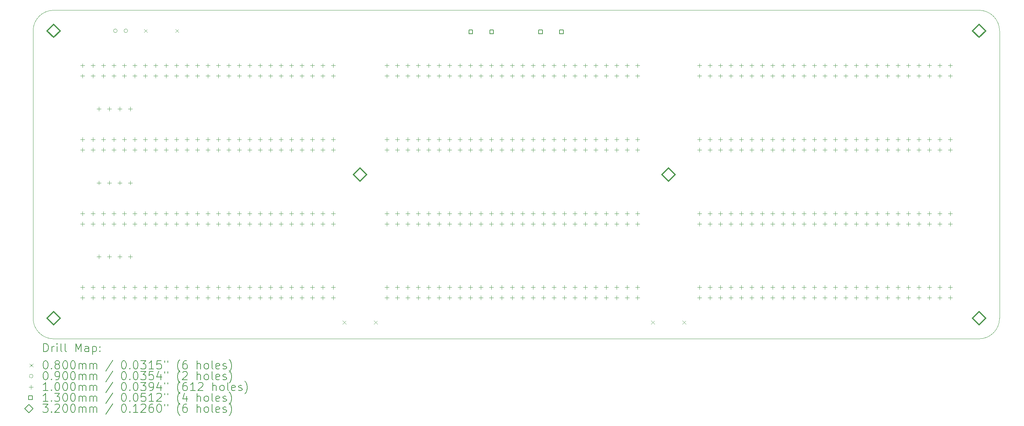
<source format=gbr>
%TF.GenerationSoftware,KiCad,Pcbnew,(6.0.11)*%
%TF.CreationDate,2023-05-28T18:55:20-04:00*%
%TF.ProjectId,backplane.4-slot,6261636b-706c-4616-9e65-2e342d736c6f,rev?*%
%TF.SameCoordinates,Original*%
%TF.FileFunction,Drillmap*%
%TF.FilePolarity,Positive*%
%FSLAX45Y45*%
G04 Gerber Fmt 4.5, Leading zero omitted, Abs format (unit mm)*
G04 Created by KiCad (PCBNEW (6.0.11)) date 2023-05-28 18:55:20*
%MOMM*%
%LPD*%
G01*
G04 APERTURE LIST*
%ADD10C,0.050000*%
%ADD11C,0.200000*%
%ADD12C,0.080000*%
%ADD13C,0.090000*%
%ADD14C,0.100000*%
%ADD15C,0.130000*%
%ADD16C,0.320000*%
G04 APERTURE END LIST*
D10*
X4000000Y-23000000D02*
X26500000Y-23000000D01*
X3500000Y-15500000D02*
X3500000Y-22500000D01*
X26500000Y-15000000D02*
X4000000Y-15000000D01*
X27000000Y-22500000D02*
X27000000Y-15500000D01*
X27000000Y-15500000D02*
G75*
G03*
X26500000Y-15000000I-500000J0D01*
G01*
X3500000Y-22500000D02*
G75*
G03*
X4000000Y-23000000I500000J0D01*
G01*
X4000000Y-15000000D02*
G75*
G03*
X3500000Y-15500000I0J-500000D01*
G01*
X26500000Y-23000000D02*
G75*
G03*
X27000000Y-22500000I0J500000D01*
G01*
D11*
D12*
X6198000Y-15460000D02*
X6278000Y-15540000D01*
X6278000Y-15460000D02*
X6198000Y-15540000D01*
X6960000Y-15460000D02*
X7040000Y-15540000D01*
X7040000Y-15460000D02*
X6960000Y-15540000D01*
X11029000Y-22560000D02*
X11109000Y-22640000D01*
X11109000Y-22560000D02*
X11029000Y-22640000D01*
X11791000Y-22560000D02*
X11871000Y-22640000D01*
X11871000Y-22560000D02*
X11791000Y-22640000D01*
X18529000Y-22560000D02*
X18609000Y-22640000D01*
X18609000Y-22560000D02*
X18529000Y-22640000D01*
X19291000Y-22560000D02*
X19371000Y-22640000D01*
X19371000Y-22560000D02*
X19291000Y-22640000D01*
D13*
X5545000Y-15500000D02*
G75*
G03*
X5545000Y-15500000I-45000J0D01*
G01*
X5799000Y-15500000D02*
G75*
G03*
X5799000Y-15500000I-45000J0D01*
G01*
D14*
X4704000Y-16296000D02*
X4704000Y-16396000D01*
X4654000Y-16346000D02*
X4754000Y-16346000D01*
X4704000Y-16550000D02*
X4704000Y-16650000D01*
X4654000Y-16600000D02*
X4754000Y-16600000D01*
X4704000Y-18096000D02*
X4704000Y-18196000D01*
X4654000Y-18146000D02*
X4754000Y-18146000D01*
X4704000Y-18350000D02*
X4704000Y-18450000D01*
X4654000Y-18400000D02*
X4754000Y-18400000D01*
X4704000Y-19896000D02*
X4704000Y-19996000D01*
X4654000Y-19946000D02*
X4754000Y-19946000D01*
X4704000Y-20150000D02*
X4704000Y-20250000D01*
X4654000Y-20200000D02*
X4754000Y-20200000D01*
X4704000Y-21696000D02*
X4704000Y-21796000D01*
X4654000Y-21746000D02*
X4754000Y-21746000D01*
X4704000Y-21950000D02*
X4704000Y-22050000D01*
X4654000Y-22000000D02*
X4754000Y-22000000D01*
X4958000Y-16296000D02*
X4958000Y-16396000D01*
X4908000Y-16346000D02*
X5008000Y-16346000D01*
X4958000Y-16550000D02*
X4958000Y-16650000D01*
X4908000Y-16600000D02*
X5008000Y-16600000D01*
X4958000Y-18096000D02*
X4958000Y-18196000D01*
X4908000Y-18146000D02*
X5008000Y-18146000D01*
X4958000Y-18350000D02*
X4958000Y-18450000D01*
X4908000Y-18400000D02*
X5008000Y-18400000D01*
X4958000Y-19896000D02*
X4958000Y-19996000D01*
X4908000Y-19946000D02*
X5008000Y-19946000D01*
X4958000Y-20150000D02*
X4958000Y-20250000D01*
X4908000Y-20200000D02*
X5008000Y-20200000D01*
X4958000Y-21696000D02*
X4958000Y-21796000D01*
X4908000Y-21746000D02*
X5008000Y-21746000D01*
X4958000Y-21950000D02*
X4958000Y-22050000D01*
X4908000Y-22000000D02*
X5008000Y-22000000D01*
X5100000Y-17350000D02*
X5100000Y-17450000D01*
X5050000Y-17400000D02*
X5150000Y-17400000D01*
X5100000Y-19150000D02*
X5100000Y-19250000D01*
X5050000Y-19200000D02*
X5150000Y-19200000D01*
X5100000Y-20950000D02*
X5100000Y-21050000D01*
X5050000Y-21000000D02*
X5150000Y-21000000D01*
X5212000Y-16296000D02*
X5212000Y-16396000D01*
X5162000Y-16346000D02*
X5262000Y-16346000D01*
X5212000Y-16550000D02*
X5212000Y-16650000D01*
X5162000Y-16600000D02*
X5262000Y-16600000D01*
X5212000Y-18096000D02*
X5212000Y-18196000D01*
X5162000Y-18146000D02*
X5262000Y-18146000D01*
X5212000Y-18350000D02*
X5212000Y-18450000D01*
X5162000Y-18400000D02*
X5262000Y-18400000D01*
X5212000Y-19896000D02*
X5212000Y-19996000D01*
X5162000Y-19946000D02*
X5262000Y-19946000D01*
X5212000Y-20150000D02*
X5212000Y-20250000D01*
X5162000Y-20200000D02*
X5262000Y-20200000D01*
X5212000Y-21696000D02*
X5212000Y-21796000D01*
X5162000Y-21746000D02*
X5262000Y-21746000D01*
X5212000Y-21950000D02*
X5212000Y-22050000D01*
X5162000Y-22000000D02*
X5262000Y-22000000D01*
X5354000Y-17350000D02*
X5354000Y-17450000D01*
X5304000Y-17400000D02*
X5404000Y-17400000D01*
X5354000Y-19150000D02*
X5354000Y-19250000D01*
X5304000Y-19200000D02*
X5404000Y-19200000D01*
X5354000Y-20950000D02*
X5354000Y-21050000D01*
X5304000Y-21000000D02*
X5404000Y-21000000D01*
X5466000Y-16296000D02*
X5466000Y-16396000D01*
X5416000Y-16346000D02*
X5516000Y-16346000D01*
X5466000Y-16550000D02*
X5466000Y-16650000D01*
X5416000Y-16600000D02*
X5516000Y-16600000D01*
X5466000Y-18096000D02*
X5466000Y-18196000D01*
X5416000Y-18146000D02*
X5516000Y-18146000D01*
X5466000Y-18350000D02*
X5466000Y-18450000D01*
X5416000Y-18400000D02*
X5516000Y-18400000D01*
X5466000Y-19896000D02*
X5466000Y-19996000D01*
X5416000Y-19946000D02*
X5516000Y-19946000D01*
X5466000Y-20150000D02*
X5466000Y-20250000D01*
X5416000Y-20200000D02*
X5516000Y-20200000D01*
X5466000Y-21696000D02*
X5466000Y-21796000D01*
X5416000Y-21746000D02*
X5516000Y-21746000D01*
X5466000Y-21950000D02*
X5466000Y-22050000D01*
X5416000Y-22000000D02*
X5516000Y-22000000D01*
X5608000Y-17350000D02*
X5608000Y-17450000D01*
X5558000Y-17400000D02*
X5658000Y-17400000D01*
X5608000Y-19150000D02*
X5608000Y-19250000D01*
X5558000Y-19200000D02*
X5658000Y-19200000D01*
X5608000Y-20950000D02*
X5608000Y-21050000D01*
X5558000Y-21000000D02*
X5658000Y-21000000D01*
X5720000Y-16296000D02*
X5720000Y-16396000D01*
X5670000Y-16346000D02*
X5770000Y-16346000D01*
X5720000Y-16550000D02*
X5720000Y-16650000D01*
X5670000Y-16600000D02*
X5770000Y-16600000D01*
X5720000Y-18096000D02*
X5720000Y-18196000D01*
X5670000Y-18146000D02*
X5770000Y-18146000D01*
X5720000Y-18350000D02*
X5720000Y-18450000D01*
X5670000Y-18400000D02*
X5770000Y-18400000D01*
X5720000Y-19896000D02*
X5720000Y-19996000D01*
X5670000Y-19946000D02*
X5770000Y-19946000D01*
X5720000Y-20150000D02*
X5720000Y-20250000D01*
X5670000Y-20200000D02*
X5770000Y-20200000D01*
X5720000Y-21696000D02*
X5720000Y-21796000D01*
X5670000Y-21746000D02*
X5770000Y-21746000D01*
X5720000Y-21950000D02*
X5720000Y-22050000D01*
X5670000Y-22000000D02*
X5770000Y-22000000D01*
X5862000Y-17350000D02*
X5862000Y-17450000D01*
X5812000Y-17400000D02*
X5912000Y-17400000D01*
X5862000Y-19150000D02*
X5862000Y-19250000D01*
X5812000Y-19200000D02*
X5912000Y-19200000D01*
X5862000Y-20950000D02*
X5862000Y-21050000D01*
X5812000Y-21000000D02*
X5912000Y-21000000D01*
X5974000Y-16296000D02*
X5974000Y-16396000D01*
X5924000Y-16346000D02*
X6024000Y-16346000D01*
X5974000Y-16550000D02*
X5974000Y-16650000D01*
X5924000Y-16600000D02*
X6024000Y-16600000D01*
X5974000Y-18096000D02*
X5974000Y-18196000D01*
X5924000Y-18146000D02*
X6024000Y-18146000D01*
X5974000Y-18350000D02*
X5974000Y-18450000D01*
X5924000Y-18400000D02*
X6024000Y-18400000D01*
X5974000Y-19896000D02*
X5974000Y-19996000D01*
X5924000Y-19946000D02*
X6024000Y-19946000D01*
X5974000Y-20150000D02*
X5974000Y-20250000D01*
X5924000Y-20200000D02*
X6024000Y-20200000D01*
X5974000Y-21696000D02*
X5974000Y-21796000D01*
X5924000Y-21746000D02*
X6024000Y-21746000D01*
X5974000Y-21950000D02*
X5974000Y-22050000D01*
X5924000Y-22000000D02*
X6024000Y-22000000D01*
X6228000Y-16296000D02*
X6228000Y-16396000D01*
X6178000Y-16346000D02*
X6278000Y-16346000D01*
X6228000Y-16550000D02*
X6228000Y-16650000D01*
X6178000Y-16600000D02*
X6278000Y-16600000D01*
X6228000Y-18096000D02*
X6228000Y-18196000D01*
X6178000Y-18146000D02*
X6278000Y-18146000D01*
X6228000Y-18350000D02*
X6228000Y-18450000D01*
X6178000Y-18400000D02*
X6278000Y-18400000D01*
X6228000Y-19896000D02*
X6228000Y-19996000D01*
X6178000Y-19946000D02*
X6278000Y-19946000D01*
X6228000Y-20150000D02*
X6228000Y-20250000D01*
X6178000Y-20200000D02*
X6278000Y-20200000D01*
X6228000Y-21696000D02*
X6228000Y-21796000D01*
X6178000Y-21746000D02*
X6278000Y-21746000D01*
X6228000Y-21950000D02*
X6228000Y-22050000D01*
X6178000Y-22000000D02*
X6278000Y-22000000D01*
X6482000Y-16296000D02*
X6482000Y-16396000D01*
X6432000Y-16346000D02*
X6532000Y-16346000D01*
X6482000Y-16550000D02*
X6482000Y-16650000D01*
X6432000Y-16600000D02*
X6532000Y-16600000D01*
X6482000Y-18096000D02*
X6482000Y-18196000D01*
X6432000Y-18146000D02*
X6532000Y-18146000D01*
X6482000Y-18350000D02*
X6482000Y-18450000D01*
X6432000Y-18400000D02*
X6532000Y-18400000D01*
X6482000Y-19896000D02*
X6482000Y-19996000D01*
X6432000Y-19946000D02*
X6532000Y-19946000D01*
X6482000Y-20150000D02*
X6482000Y-20250000D01*
X6432000Y-20200000D02*
X6532000Y-20200000D01*
X6482000Y-21696000D02*
X6482000Y-21796000D01*
X6432000Y-21746000D02*
X6532000Y-21746000D01*
X6482000Y-21950000D02*
X6482000Y-22050000D01*
X6432000Y-22000000D02*
X6532000Y-22000000D01*
X6736000Y-16296000D02*
X6736000Y-16396000D01*
X6686000Y-16346000D02*
X6786000Y-16346000D01*
X6736000Y-16550000D02*
X6736000Y-16650000D01*
X6686000Y-16600000D02*
X6786000Y-16600000D01*
X6736000Y-18096000D02*
X6736000Y-18196000D01*
X6686000Y-18146000D02*
X6786000Y-18146000D01*
X6736000Y-18350000D02*
X6736000Y-18450000D01*
X6686000Y-18400000D02*
X6786000Y-18400000D01*
X6736000Y-19896000D02*
X6736000Y-19996000D01*
X6686000Y-19946000D02*
X6786000Y-19946000D01*
X6736000Y-20150000D02*
X6736000Y-20250000D01*
X6686000Y-20200000D02*
X6786000Y-20200000D01*
X6736000Y-21696000D02*
X6736000Y-21796000D01*
X6686000Y-21746000D02*
X6786000Y-21746000D01*
X6736000Y-21950000D02*
X6736000Y-22050000D01*
X6686000Y-22000000D02*
X6786000Y-22000000D01*
X6990000Y-16296000D02*
X6990000Y-16396000D01*
X6940000Y-16346000D02*
X7040000Y-16346000D01*
X6990000Y-16550000D02*
X6990000Y-16650000D01*
X6940000Y-16600000D02*
X7040000Y-16600000D01*
X6990000Y-18096000D02*
X6990000Y-18196000D01*
X6940000Y-18146000D02*
X7040000Y-18146000D01*
X6990000Y-18350000D02*
X6990000Y-18450000D01*
X6940000Y-18400000D02*
X7040000Y-18400000D01*
X6990000Y-19896000D02*
X6990000Y-19996000D01*
X6940000Y-19946000D02*
X7040000Y-19946000D01*
X6990000Y-20150000D02*
X6990000Y-20250000D01*
X6940000Y-20200000D02*
X7040000Y-20200000D01*
X6990000Y-21696000D02*
X6990000Y-21796000D01*
X6940000Y-21746000D02*
X7040000Y-21746000D01*
X6990000Y-21950000D02*
X6990000Y-22050000D01*
X6940000Y-22000000D02*
X7040000Y-22000000D01*
X7244000Y-16296000D02*
X7244000Y-16396000D01*
X7194000Y-16346000D02*
X7294000Y-16346000D01*
X7244000Y-16550000D02*
X7244000Y-16650000D01*
X7194000Y-16600000D02*
X7294000Y-16600000D01*
X7244000Y-18096000D02*
X7244000Y-18196000D01*
X7194000Y-18146000D02*
X7294000Y-18146000D01*
X7244000Y-18350000D02*
X7244000Y-18450000D01*
X7194000Y-18400000D02*
X7294000Y-18400000D01*
X7244000Y-19896000D02*
X7244000Y-19996000D01*
X7194000Y-19946000D02*
X7294000Y-19946000D01*
X7244000Y-20150000D02*
X7244000Y-20250000D01*
X7194000Y-20200000D02*
X7294000Y-20200000D01*
X7244000Y-21696000D02*
X7244000Y-21796000D01*
X7194000Y-21746000D02*
X7294000Y-21746000D01*
X7244000Y-21950000D02*
X7244000Y-22050000D01*
X7194000Y-22000000D02*
X7294000Y-22000000D01*
X7498000Y-16296000D02*
X7498000Y-16396000D01*
X7448000Y-16346000D02*
X7548000Y-16346000D01*
X7498000Y-16550000D02*
X7498000Y-16650000D01*
X7448000Y-16600000D02*
X7548000Y-16600000D01*
X7498000Y-18096000D02*
X7498000Y-18196000D01*
X7448000Y-18146000D02*
X7548000Y-18146000D01*
X7498000Y-18350000D02*
X7498000Y-18450000D01*
X7448000Y-18400000D02*
X7548000Y-18400000D01*
X7498000Y-19896000D02*
X7498000Y-19996000D01*
X7448000Y-19946000D02*
X7548000Y-19946000D01*
X7498000Y-20150000D02*
X7498000Y-20250000D01*
X7448000Y-20200000D02*
X7548000Y-20200000D01*
X7498000Y-21696000D02*
X7498000Y-21796000D01*
X7448000Y-21746000D02*
X7548000Y-21746000D01*
X7498000Y-21950000D02*
X7498000Y-22050000D01*
X7448000Y-22000000D02*
X7548000Y-22000000D01*
X7752000Y-16296000D02*
X7752000Y-16396000D01*
X7702000Y-16346000D02*
X7802000Y-16346000D01*
X7752000Y-16550000D02*
X7752000Y-16650000D01*
X7702000Y-16600000D02*
X7802000Y-16600000D01*
X7752000Y-18096000D02*
X7752000Y-18196000D01*
X7702000Y-18146000D02*
X7802000Y-18146000D01*
X7752000Y-18350000D02*
X7752000Y-18450000D01*
X7702000Y-18400000D02*
X7802000Y-18400000D01*
X7752000Y-19896000D02*
X7752000Y-19996000D01*
X7702000Y-19946000D02*
X7802000Y-19946000D01*
X7752000Y-20150000D02*
X7752000Y-20250000D01*
X7702000Y-20200000D02*
X7802000Y-20200000D01*
X7752000Y-21696000D02*
X7752000Y-21796000D01*
X7702000Y-21746000D02*
X7802000Y-21746000D01*
X7752000Y-21950000D02*
X7752000Y-22050000D01*
X7702000Y-22000000D02*
X7802000Y-22000000D01*
X8006000Y-16296000D02*
X8006000Y-16396000D01*
X7956000Y-16346000D02*
X8056000Y-16346000D01*
X8006000Y-16550000D02*
X8006000Y-16650000D01*
X7956000Y-16600000D02*
X8056000Y-16600000D01*
X8006000Y-18096000D02*
X8006000Y-18196000D01*
X7956000Y-18146000D02*
X8056000Y-18146000D01*
X8006000Y-18350000D02*
X8006000Y-18450000D01*
X7956000Y-18400000D02*
X8056000Y-18400000D01*
X8006000Y-19896000D02*
X8006000Y-19996000D01*
X7956000Y-19946000D02*
X8056000Y-19946000D01*
X8006000Y-20150000D02*
X8006000Y-20250000D01*
X7956000Y-20200000D02*
X8056000Y-20200000D01*
X8006000Y-21696000D02*
X8006000Y-21796000D01*
X7956000Y-21746000D02*
X8056000Y-21746000D01*
X8006000Y-21950000D02*
X8006000Y-22050000D01*
X7956000Y-22000000D02*
X8056000Y-22000000D01*
X8260000Y-16296000D02*
X8260000Y-16396000D01*
X8210000Y-16346000D02*
X8310000Y-16346000D01*
X8260000Y-16550000D02*
X8260000Y-16650000D01*
X8210000Y-16600000D02*
X8310000Y-16600000D01*
X8260000Y-18096000D02*
X8260000Y-18196000D01*
X8210000Y-18146000D02*
X8310000Y-18146000D01*
X8260000Y-18350000D02*
X8260000Y-18450000D01*
X8210000Y-18400000D02*
X8310000Y-18400000D01*
X8260000Y-19896000D02*
X8260000Y-19996000D01*
X8210000Y-19946000D02*
X8310000Y-19946000D01*
X8260000Y-20150000D02*
X8260000Y-20250000D01*
X8210000Y-20200000D02*
X8310000Y-20200000D01*
X8260000Y-21696000D02*
X8260000Y-21796000D01*
X8210000Y-21746000D02*
X8310000Y-21746000D01*
X8260000Y-21950000D02*
X8260000Y-22050000D01*
X8210000Y-22000000D02*
X8310000Y-22000000D01*
X8514000Y-16296000D02*
X8514000Y-16396000D01*
X8464000Y-16346000D02*
X8564000Y-16346000D01*
X8514000Y-16550000D02*
X8514000Y-16650000D01*
X8464000Y-16600000D02*
X8564000Y-16600000D01*
X8514000Y-18096000D02*
X8514000Y-18196000D01*
X8464000Y-18146000D02*
X8564000Y-18146000D01*
X8514000Y-18350000D02*
X8514000Y-18450000D01*
X8464000Y-18400000D02*
X8564000Y-18400000D01*
X8514000Y-19896000D02*
X8514000Y-19996000D01*
X8464000Y-19946000D02*
X8564000Y-19946000D01*
X8514000Y-20150000D02*
X8514000Y-20250000D01*
X8464000Y-20200000D02*
X8564000Y-20200000D01*
X8514000Y-21696000D02*
X8514000Y-21796000D01*
X8464000Y-21746000D02*
X8564000Y-21746000D01*
X8514000Y-21950000D02*
X8514000Y-22050000D01*
X8464000Y-22000000D02*
X8564000Y-22000000D01*
X8768000Y-16296000D02*
X8768000Y-16396000D01*
X8718000Y-16346000D02*
X8818000Y-16346000D01*
X8768000Y-16550000D02*
X8768000Y-16650000D01*
X8718000Y-16600000D02*
X8818000Y-16600000D01*
X8768000Y-18096000D02*
X8768000Y-18196000D01*
X8718000Y-18146000D02*
X8818000Y-18146000D01*
X8768000Y-18350000D02*
X8768000Y-18450000D01*
X8718000Y-18400000D02*
X8818000Y-18400000D01*
X8768000Y-19896000D02*
X8768000Y-19996000D01*
X8718000Y-19946000D02*
X8818000Y-19946000D01*
X8768000Y-20150000D02*
X8768000Y-20250000D01*
X8718000Y-20200000D02*
X8818000Y-20200000D01*
X8768000Y-21696000D02*
X8768000Y-21796000D01*
X8718000Y-21746000D02*
X8818000Y-21746000D01*
X8768000Y-21950000D02*
X8768000Y-22050000D01*
X8718000Y-22000000D02*
X8818000Y-22000000D01*
X9022000Y-16296000D02*
X9022000Y-16396000D01*
X8972000Y-16346000D02*
X9072000Y-16346000D01*
X9022000Y-16550000D02*
X9022000Y-16650000D01*
X8972000Y-16600000D02*
X9072000Y-16600000D01*
X9022000Y-18096000D02*
X9022000Y-18196000D01*
X8972000Y-18146000D02*
X9072000Y-18146000D01*
X9022000Y-18350000D02*
X9022000Y-18450000D01*
X8972000Y-18400000D02*
X9072000Y-18400000D01*
X9022000Y-19896000D02*
X9022000Y-19996000D01*
X8972000Y-19946000D02*
X9072000Y-19946000D01*
X9022000Y-20150000D02*
X9022000Y-20250000D01*
X8972000Y-20200000D02*
X9072000Y-20200000D01*
X9022000Y-21696000D02*
X9022000Y-21796000D01*
X8972000Y-21746000D02*
X9072000Y-21746000D01*
X9022000Y-21950000D02*
X9022000Y-22050000D01*
X8972000Y-22000000D02*
X9072000Y-22000000D01*
X9276000Y-16296000D02*
X9276000Y-16396000D01*
X9226000Y-16346000D02*
X9326000Y-16346000D01*
X9276000Y-16550000D02*
X9276000Y-16650000D01*
X9226000Y-16600000D02*
X9326000Y-16600000D01*
X9276000Y-18096000D02*
X9276000Y-18196000D01*
X9226000Y-18146000D02*
X9326000Y-18146000D01*
X9276000Y-18350000D02*
X9276000Y-18450000D01*
X9226000Y-18400000D02*
X9326000Y-18400000D01*
X9276000Y-19896000D02*
X9276000Y-19996000D01*
X9226000Y-19946000D02*
X9326000Y-19946000D01*
X9276000Y-20150000D02*
X9276000Y-20250000D01*
X9226000Y-20200000D02*
X9326000Y-20200000D01*
X9276000Y-21696000D02*
X9276000Y-21796000D01*
X9226000Y-21746000D02*
X9326000Y-21746000D01*
X9276000Y-21950000D02*
X9276000Y-22050000D01*
X9226000Y-22000000D02*
X9326000Y-22000000D01*
X9530000Y-16296000D02*
X9530000Y-16396000D01*
X9480000Y-16346000D02*
X9580000Y-16346000D01*
X9530000Y-16550000D02*
X9530000Y-16650000D01*
X9480000Y-16600000D02*
X9580000Y-16600000D01*
X9530000Y-18096000D02*
X9530000Y-18196000D01*
X9480000Y-18146000D02*
X9580000Y-18146000D01*
X9530000Y-18350000D02*
X9530000Y-18450000D01*
X9480000Y-18400000D02*
X9580000Y-18400000D01*
X9530000Y-19896000D02*
X9530000Y-19996000D01*
X9480000Y-19946000D02*
X9580000Y-19946000D01*
X9530000Y-20150000D02*
X9530000Y-20250000D01*
X9480000Y-20200000D02*
X9580000Y-20200000D01*
X9530000Y-21696000D02*
X9530000Y-21796000D01*
X9480000Y-21746000D02*
X9580000Y-21746000D01*
X9530000Y-21950000D02*
X9530000Y-22050000D01*
X9480000Y-22000000D02*
X9580000Y-22000000D01*
X9784000Y-16296000D02*
X9784000Y-16396000D01*
X9734000Y-16346000D02*
X9834000Y-16346000D01*
X9784000Y-16550000D02*
X9784000Y-16650000D01*
X9734000Y-16600000D02*
X9834000Y-16600000D01*
X9784000Y-18096000D02*
X9784000Y-18196000D01*
X9734000Y-18146000D02*
X9834000Y-18146000D01*
X9784000Y-18350000D02*
X9784000Y-18450000D01*
X9734000Y-18400000D02*
X9834000Y-18400000D01*
X9784000Y-19896000D02*
X9784000Y-19996000D01*
X9734000Y-19946000D02*
X9834000Y-19946000D01*
X9784000Y-20150000D02*
X9784000Y-20250000D01*
X9734000Y-20200000D02*
X9834000Y-20200000D01*
X9784000Y-21696000D02*
X9784000Y-21796000D01*
X9734000Y-21746000D02*
X9834000Y-21746000D01*
X9784000Y-21950000D02*
X9784000Y-22050000D01*
X9734000Y-22000000D02*
X9834000Y-22000000D01*
X10038000Y-16296000D02*
X10038000Y-16396000D01*
X9988000Y-16346000D02*
X10088000Y-16346000D01*
X10038000Y-16550000D02*
X10038000Y-16650000D01*
X9988000Y-16600000D02*
X10088000Y-16600000D01*
X10038000Y-18096000D02*
X10038000Y-18196000D01*
X9988000Y-18146000D02*
X10088000Y-18146000D01*
X10038000Y-18350000D02*
X10038000Y-18450000D01*
X9988000Y-18400000D02*
X10088000Y-18400000D01*
X10038000Y-19896000D02*
X10038000Y-19996000D01*
X9988000Y-19946000D02*
X10088000Y-19946000D01*
X10038000Y-20150000D02*
X10038000Y-20250000D01*
X9988000Y-20200000D02*
X10088000Y-20200000D01*
X10038000Y-21696000D02*
X10038000Y-21796000D01*
X9988000Y-21746000D02*
X10088000Y-21746000D01*
X10038000Y-21950000D02*
X10038000Y-22050000D01*
X9988000Y-22000000D02*
X10088000Y-22000000D01*
X10292000Y-16296000D02*
X10292000Y-16396000D01*
X10242000Y-16346000D02*
X10342000Y-16346000D01*
X10292000Y-16550000D02*
X10292000Y-16650000D01*
X10242000Y-16600000D02*
X10342000Y-16600000D01*
X10292000Y-18096000D02*
X10292000Y-18196000D01*
X10242000Y-18146000D02*
X10342000Y-18146000D01*
X10292000Y-18350000D02*
X10292000Y-18450000D01*
X10242000Y-18400000D02*
X10342000Y-18400000D01*
X10292000Y-19896000D02*
X10292000Y-19996000D01*
X10242000Y-19946000D02*
X10342000Y-19946000D01*
X10292000Y-20150000D02*
X10292000Y-20250000D01*
X10242000Y-20200000D02*
X10342000Y-20200000D01*
X10292000Y-21696000D02*
X10292000Y-21796000D01*
X10242000Y-21746000D02*
X10342000Y-21746000D01*
X10292000Y-21950000D02*
X10292000Y-22050000D01*
X10242000Y-22000000D02*
X10342000Y-22000000D01*
X10546000Y-16296000D02*
X10546000Y-16396000D01*
X10496000Y-16346000D02*
X10596000Y-16346000D01*
X10546000Y-16550000D02*
X10546000Y-16650000D01*
X10496000Y-16600000D02*
X10596000Y-16600000D01*
X10546000Y-18096000D02*
X10546000Y-18196000D01*
X10496000Y-18146000D02*
X10596000Y-18146000D01*
X10546000Y-18350000D02*
X10546000Y-18450000D01*
X10496000Y-18400000D02*
X10596000Y-18400000D01*
X10546000Y-19896000D02*
X10546000Y-19996000D01*
X10496000Y-19946000D02*
X10596000Y-19946000D01*
X10546000Y-20150000D02*
X10546000Y-20250000D01*
X10496000Y-20200000D02*
X10596000Y-20200000D01*
X10546000Y-21696000D02*
X10546000Y-21796000D01*
X10496000Y-21746000D02*
X10596000Y-21746000D01*
X10546000Y-21950000D02*
X10546000Y-22050000D01*
X10496000Y-22000000D02*
X10596000Y-22000000D01*
X10800000Y-16296000D02*
X10800000Y-16396000D01*
X10750000Y-16346000D02*
X10850000Y-16346000D01*
X10800000Y-16550000D02*
X10800000Y-16650000D01*
X10750000Y-16600000D02*
X10850000Y-16600000D01*
X10800000Y-18096000D02*
X10800000Y-18196000D01*
X10750000Y-18146000D02*
X10850000Y-18146000D01*
X10800000Y-18350000D02*
X10800000Y-18450000D01*
X10750000Y-18400000D02*
X10850000Y-18400000D01*
X10800000Y-19896000D02*
X10800000Y-19996000D01*
X10750000Y-19946000D02*
X10850000Y-19946000D01*
X10800000Y-20150000D02*
X10800000Y-20250000D01*
X10750000Y-20200000D02*
X10850000Y-20200000D01*
X10800000Y-21696000D02*
X10800000Y-21796000D01*
X10750000Y-21746000D02*
X10850000Y-21746000D01*
X10800000Y-21950000D02*
X10800000Y-22050000D01*
X10750000Y-22000000D02*
X10850000Y-22000000D01*
X12104000Y-16296000D02*
X12104000Y-16396000D01*
X12054000Y-16346000D02*
X12154000Y-16346000D01*
X12104000Y-16550000D02*
X12104000Y-16650000D01*
X12054000Y-16600000D02*
X12154000Y-16600000D01*
X12104000Y-18096000D02*
X12104000Y-18196000D01*
X12054000Y-18146000D02*
X12154000Y-18146000D01*
X12104000Y-18350000D02*
X12104000Y-18450000D01*
X12054000Y-18400000D02*
X12154000Y-18400000D01*
X12104000Y-19896000D02*
X12104000Y-19996000D01*
X12054000Y-19946000D02*
X12154000Y-19946000D01*
X12104000Y-20150000D02*
X12104000Y-20250000D01*
X12054000Y-20200000D02*
X12154000Y-20200000D01*
X12104000Y-21696000D02*
X12104000Y-21796000D01*
X12054000Y-21746000D02*
X12154000Y-21746000D01*
X12104000Y-21950000D02*
X12104000Y-22050000D01*
X12054000Y-22000000D02*
X12154000Y-22000000D01*
X12358000Y-16296000D02*
X12358000Y-16396000D01*
X12308000Y-16346000D02*
X12408000Y-16346000D01*
X12358000Y-16550000D02*
X12358000Y-16650000D01*
X12308000Y-16600000D02*
X12408000Y-16600000D01*
X12358000Y-18096000D02*
X12358000Y-18196000D01*
X12308000Y-18146000D02*
X12408000Y-18146000D01*
X12358000Y-18350000D02*
X12358000Y-18450000D01*
X12308000Y-18400000D02*
X12408000Y-18400000D01*
X12358000Y-19896000D02*
X12358000Y-19996000D01*
X12308000Y-19946000D02*
X12408000Y-19946000D01*
X12358000Y-20150000D02*
X12358000Y-20250000D01*
X12308000Y-20200000D02*
X12408000Y-20200000D01*
X12358000Y-21696000D02*
X12358000Y-21796000D01*
X12308000Y-21746000D02*
X12408000Y-21746000D01*
X12358000Y-21950000D02*
X12358000Y-22050000D01*
X12308000Y-22000000D02*
X12408000Y-22000000D01*
X12612000Y-16296000D02*
X12612000Y-16396000D01*
X12562000Y-16346000D02*
X12662000Y-16346000D01*
X12612000Y-16550000D02*
X12612000Y-16650000D01*
X12562000Y-16600000D02*
X12662000Y-16600000D01*
X12612000Y-18096000D02*
X12612000Y-18196000D01*
X12562000Y-18146000D02*
X12662000Y-18146000D01*
X12612000Y-18350000D02*
X12612000Y-18450000D01*
X12562000Y-18400000D02*
X12662000Y-18400000D01*
X12612000Y-19896000D02*
X12612000Y-19996000D01*
X12562000Y-19946000D02*
X12662000Y-19946000D01*
X12612000Y-20150000D02*
X12612000Y-20250000D01*
X12562000Y-20200000D02*
X12662000Y-20200000D01*
X12612000Y-21696000D02*
X12612000Y-21796000D01*
X12562000Y-21746000D02*
X12662000Y-21746000D01*
X12612000Y-21950000D02*
X12612000Y-22050000D01*
X12562000Y-22000000D02*
X12662000Y-22000000D01*
X12866000Y-16296000D02*
X12866000Y-16396000D01*
X12816000Y-16346000D02*
X12916000Y-16346000D01*
X12866000Y-16550000D02*
X12866000Y-16650000D01*
X12816000Y-16600000D02*
X12916000Y-16600000D01*
X12866000Y-18096000D02*
X12866000Y-18196000D01*
X12816000Y-18146000D02*
X12916000Y-18146000D01*
X12866000Y-18350000D02*
X12866000Y-18450000D01*
X12816000Y-18400000D02*
X12916000Y-18400000D01*
X12866000Y-19896000D02*
X12866000Y-19996000D01*
X12816000Y-19946000D02*
X12916000Y-19946000D01*
X12866000Y-20150000D02*
X12866000Y-20250000D01*
X12816000Y-20200000D02*
X12916000Y-20200000D01*
X12866000Y-21696000D02*
X12866000Y-21796000D01*
X12816000Y-21746000D02*
X12916000Y-21746000D01*
X12866000Y-21950000D02*
X12866000Y-22050000D01*
X12816000Y-22000000D02*
X12916000Y-22000000D01*
X13120000Y-16296000D02*
X13120000Y-16396000D01*
X13070000Y-16346000D02*
X13170000Y-16346000D01*
X13120000Y-16550000D02*
X13120000Y-16650000D01*
X13070000Y-16600000D02*
X13170000Y-16600000D01*
X13120000Y-18096000D02*
X13120000Y-18196000D01*
X13070000Y-18146000D02*
X13170000Y-18146000D01*
X13120000Y-18350000D02*
X13120000Y-18450000D01*
X13070000Y-18400000D02*
X13170000Y-18400000D01*
X13120000Y-19896000D02*
X13120000Y-19996000D01*
X13070000Y-19946000D02*
X13170000Y-19946000D01*
X13120000Y-20150000D02*
X13120000Y-20250000D01*
X13070000Y-20200000D02*
X13170000Y-20200000D01*
X13120000Y-21696000D02*
X13120000Y-21796000D01*
X13070000Y-21746000D02*
X13170000Y-21746000D01*
X13120000Y-21950000D02*
X13120000Y-22050000D01*
X13070000Y-22000000D02*
X13170000Y-22000000D01*
X13374000Y-16296000D02*
X13374000Y-16396000D01*
X13324000Y-16346000D02*
X13424000Y-16346000D01*
X13374000Y-16550000D02*
X13374000Y-16650000D01*
X13324000Y-16600000D02*
X13424000Y-16600000D01*
X13374000Y-18096000D02*
X13374000Y-18196000D01*
X13324000Y-18146000D02*
X13424000Y-18146000D01*
X13374000Y-18350000D02*
X13374000Y-18450000D01*
X13324000Y-18400000D02*
X13424000Y-18400000D01*
X13374000Y-19896000D02*
X13374000Y-19996000D01*
X13324000Y-19946000D02*
X13424000Y-19946000D01*
X13374000Y-20150000D02*
X13374000Y-20250000D01*
X13324000Y-20200000D02*
X13424000Y-20200000D01*
X13374000Y-21696000D02*
X13374000Y-21796000D01*
X13324000Y-21746000D02*
X13424000Y-21746000D01*
X13374000Y-21950000D02*
X13374000Y-22050000D01*
X13324000Y-22000000D02*
X13424000Y-22000000D01*
X13628000Y-16296000D02*
X13628000Y-16396000D01*
X13578000Y-16346000D02*
X13678000Y-16346000D01*
X13628000Y-16550000D02*
X13628000Y-16650000D01*
X13578000Y-16600000D02*
X13678000Y-16600000D01*
X13628000Y-18096000D02*
X13628000Y-18196000D01*
X13578000Y-18146000D02*
X13678000Y-18146000D01*
X13628000Y-18350000D02*
X13628000Y-18450000D01*
X13578000Y-18400000D02*
X13678000Y-18400000D01*
X13628000Y-19896000D02*
X13628000Y-19996000D01*
X13578000Y-19946000D02*
X13678000Y-19946000D01*
X13628000Y-20150000D02*
X13628000Y-20250000D01*
X13578000Y-20200000D02*
X13678000Y-20200000D01*
X13628000Y-21696000D02*
X13628000Y-21796000D01*
X13578000Y-21746000D02*
X13678000Y-21746000D01*
X13628000Y-21950000D02*
X13628000Y-22050000D01*
X13578000Y-22000000D02*
X13678000Y-22000000D01*
X13882000Y-16296000D02*
X13882000Y-16396000D01*
X13832000Y-16346000D02*
X13932000Y-16346000D01*
X13882000Y-16550000D02*
X13882000Y-16650000D01*
X13832000Y-16600000D02*
X13932000Y-16600000D01*
X13882000Y-18096000D02*
X13882000Y-18196000D01*
X13832000Y-18146000D02*
X13932000Y-18146000D01*
X13882000Y-18350000D02*
X13882000Y-18450000D01*
X13832000Y-18400000D02*
X13932000Y-18400000D01*
X13882000Y-19896000D02*
X13882000Y-19996000D01*
X13832000Y-19946000D02*
X13932000Y-19946000D01*
X13882000Y-20150000D02*
X13882000Y-20250000D01*
X13832000Y-20200000D02*
X13932000Y-20200000D01*
X13882000Y-21696000D02*
X13882000Y-21796000D01*
X13832000Y-21746000D02*
X13932000Y-21746000D01*
X13882000Y-21950000D02*
X13882000Y-22050000D01*
X13832000Y-22000000D02*
X13932000Y-22000000D01*
X14136000Y-16296000D02*
X14136000Y-16396000D01*
X14086000Y-16346000D02*
X14186000Y-16346000D01*
X14136000Y-16550000D02*
X14136000Y-16650000D01*
X14086000Y-16600000D02*
X14186000Y-16600000D01*
X14136000Y-18096000D02*
X14136000Y-18196000D01*
X14086000Y-18146000D02*
X14186000Y-18146000D01*
X14136000Y-18350000D02*
X14136000Y-18450000D01*
X14086000Y-18400000D02*
X14186000Y-18400000D01*
X14136000Y-19896000D02*
X14136000Y-19996000D01*
X14086000Y-19946000D02*
X14186000Y-19946000D01*
X14136000Y-20150000D02*
X14136000Y-20250000D01*
X14086000Y-20200000D02*
X14186000Y-20200000D01*
X14136000Y-21696000D02*
X14136000Y-21796000D01*
X14086000Y-21746000D02*
X14186000Y-21746000D01*
X14136000Y-21950000D02*
X14136000Y-22050000D01*
X14086000Y-22000000D02*
X14186000Y-22000000D01*
X14390000Y-16296000D02*
X14390000Y-16396000D01*
X14340000Y-16346000D02*
X14440000Y-16346000D01*
X14390000Y-16550000D02*
X14390000Y-16650000D01*
X14340000Y-16600000D02*
X14440000Y-16600000D01*
X14390000Y-18096000D02*
X14390000Y-18196000D01*
X14340000Y-18146000D02*
X14440000Y-18146000D01*
X14390000Y-18350000D02*
X14390000Y-18450000D01*
X14340000Y-18400000D02*
X14440000Y-18400000D01*
X14390000Y-19896000D02*
X14390000Y-19996000D01*
X14340000Y-19946000D02*
X14440000Y-19946000D01*
X14390000Y-20150000D02*
X14390000Y-20250000D01*
X14340000Y-20200000D02*
X14440000Y-20200000D01*
X14390000Y-21696000D02*
X14390000Y-21796000D01*
X14340000Y-21746000D02*
X14440000Y-21746000D01*
X14390000Y-21950000D02*
X14390000Y-22050000D01*
X14340000Y-22000000D02*
X14440000Y-22000000D01*
X14644000Y-16296000D02*
X14644000Y-16396000D01*
X14594000Y-16346000D02*
X14694000Y-16346000D01*
X14644000Y-16550000D02*
X14644000Y-16650000D01*
X14594000Y-16600000D02*
X14694000Y-16600000D01*
X14644000Y-18096000D02*
X14644000Y-18196000D01*
X14594000Y-18146000D02*
X14694000Y-18146000D01*
X14644000Y-18350000D02*
X14644000Y-18450000D01*
X14594000Y-18400000D02*
X14694000Y-18400000D01*
X14644000Y-19896000D02*
X14644000Y-19996000D01*
X14594000Y-19946000D02*
X14694000Y-19946000D01*
X14644000Y-20150000D02*
X14644000Y-20250000D01*
X14594000Y-20200000D02*
X14694000Y-20200000D01*
X14644000Y-21696000D02*
X14644000Y-21796000D01*
X14594000Y-21746000D02*
X14694000Y-21746000D01*
X14644000Y-21950000D02*
X14644000Y-22050000D01*
X14594000Y-22000000D02*
X14694000Y-22000000D01*
X14898000Y-16296000D02*
X14898000Y-16396000D01*
X14848000Y-16346000D02*
X14948000Y-16346000D01*
X14898000Y-16550000D02*
X14898000Y-16650000D01*
X14848000Y-16600000D02*
X14948000Y-16600000D01*
X14898000Y-18096000D02*
X14898000Y-18196000D01*
X14848000Y-18146000D02*
X14948000Y-18146000D01*
X14898000Y-18350000D02*
X14898000Y-18450000D01*
X14848000Y-18400000D02*
X14948000Y-18400000D01*
X14898000Y-19896000D02*
X14898000Y-19996000D01*
X14848000Y-19946000D02*
X14948000Y-19946000D01*
X14898000Y-20150000D02*
X14898000Y-20250000D01*
X14848000Y-20200000D02*
X14948000Y-20200000D01*
X14898000Y-21696000D02*
X14898000Y-21796000D01*
X14848000Y-21746000D02*
X14948000Y-21746000D01*
X14898000Y-21950000D02*
X14898000Y-22050000D01*
X14848000Y-22000000D02*
X14948000Y-22000000D01*
X15152000Y-16296000D02*
X15152000Y-16396000D01*
X15102000Y-16346000D02*
X15202000Y-16346000D01*
X15152000Y-16550000D02*
X15152000Y-16650000D01*
X15102000Y-16600000D02*
X15202000Y-16600000D01*
X15152000Y-18096000D02*
X15152000Y-18196000D01*
X15102000Y-18146000D02*
X15202000Y-18146000D01*
X15152000Y-18350000D02*
X15152000Y-18450000D01*
X15102000Y-18400000D02*
X15202000Y-18400000D01*
X15152000Y-19896000D02*
X15152000Y-19996000D01*
X15102000Y-19946000D02*
X15202000Y-19946000D01*
X15152000Y-20150000D02*
X15152000Y-20250000D01*
X15102000Y-20200000D02*
X15202000Y-20200000D01*
X15152000Y-21696000D02*
X15152000Y-21796000D01*
X15102000Y-21746000D02*
X15202000Y-21746000D01*
X15152000Y-21950000D02*
X15152000Y-22050000D01*
X15102000Y-22000000D02*
X15202000Y-22000000D01*
X15406000Y-16296000D02*
X15406000Y-16396000D01*
X15356000Y-16346000D02*
X15456000Y-16346000D01*
X15406000Y-16550000D02*
X15406000Y-16650000D01*
X15356000Y-16600000D02*
X15456000Y-16600000D01*
X15406000Y-18096000D02*
X15406000Y-18196000D01*
X15356000Y-18146000D02*
X15456000Y-18146000D01*
X15406000Y-18350000D02*
X15406000Y-18450000D01*
X15356000Y-18400000D02*
X15456000Y-18400000D01*
X15406000Y-19896000D02*
X15406000Y-19996000D01*
X15356000Y-19946000D02*
X15456000Y-19946000D01*
X15406000Y-20150000D02*
X15406000Y-20250000D01*
X15356000Y-20200000D02*
X15456000Y-20200000D01*
X15406000Y-21696000D02*
X15406000Y-21796000D01*
X15356000Y-21746000D02*
X15456000Y-21746000D01*
X15406000Y-21950000D02*
X15406000Y-22050000D01*
X15356000Y-22000000D02*
X15456000Y-22000000D01*
X15660000Y-16296000D02*
X15660000Y-16396000D01*
X15610000Y-16346000D02*
X15710000Y-16346000D01*
X15660000Y-16550000D02*
X15660000Y-16650000D01*
X15610000Y-16600000D02*
X15710000Y-16600000D01*
X15660000Y-18096000D02*
X15660000Y-18196000D01*
X15610000Y-18146000D02*
X15710000Y-18146000D01*
X15660000Y-18350000D02*
X15660000Y-18450000D01*
X15610000Y-18400000D02*
X15710000Y-18400000D01*
X15660000Y-19896000D02*
X15660000Y-19996000D01*
X15610000Y-19946000D02*
X15710000Y-19946000D01*
X15660000Y-20150000D02*
X15660000Y-20250000D01*
X15610000Y-20200000D02*
X15710000Y-20200000D01*
X15660000Y-21696000D02*
X15660000Y-21796000D01*
X15610000Y-21746000D02*
X15710000Y-21746000D01*
X15660000Y-21950000D02*
X15660000Y-22050000D01*
X15610000Y-22000000D02*
X15710000Y-22000000D01*
X15914000Y-16296000D02*
X15914000Y-16396000D01*
X15864000Y-16346000D02*
X15964000Y-16346000D01*
X15914000Y-16550000D02*
X15914000Y-16650000D01*
X15864000Y-16600000D02*
X15964000Y-16600000D01*
X15914000Y-18096000D02*
X15914000Y-18196000D01*
X15864000Y-18146000D02*
X15964000Y-18146000D01*
X15914000Y-18350000D02*
X15914000Y-18450000D01*
X15864000Y-18400000D02*
X15964000Y-18400000D01*
X15914000Y-19896000D02*
X15914000Y-19996000D01*
X15864000Y-19946000D02*
X15964000Y-19946000D01*
X15914000Y-20150000D02*
X15914000Y-20250000D01*
X15864000Y-20200000D02*
X15964000Y-20200000D01*
X15914000Y-21696000D02*
X15914000Y-21796000D01*
X15864000Y-21746000D02*
X15964000Y-21746000D01*
X15914000Y-21950000D02*
X15914000Y-22050000D01*
X15864000Y-22000000D02*
X15964000Y-22000000D01*
X16168000Y-16296000D02*
X16168000Y-16396000D01*
X16118000Y-16346000D02*
X16218000Y-16346000D01*
X16168000Y-16550000D02*
X16168000Y-16650000D01*
X16118000Y-16600000D02*
X16218000Y-16600000D01*
X16168000Y-18096000D02*
X16168000Y-18196000D01*
X16118000Y-18146000D02*
X16218000Y-18146000D01*
X16168000Y-18350000D02*
X16168000Y-18450000D01*
X16118000Y-18400000D02*
X16218000Y-18400000D01*
X16168000Y-19896000D02*
X16168000Y-19996000D01*
X16118000Y-19946000D02*
X16218000Y-19946000D01*
X16168000Y-20150000D02*
X16168000Y-20250000D01*
X16118000Y-20200000D02*
X16218000Y-20200000D01*
X16168000Y-21696000D02*
X16168000Y-21796000D01*
X16118000Y-21746000D02*
X16218000Y-21746000D01*
X16168000Y-21950000D02*
X16168000Y-22050000D01*
X16118000Y-22000000D02*
X16218000Y-22000000D01*
X16422000Y-16296000D02*
X16422000Y-16396000D01*
X16372000Y-16346000D02*
X16472000Y-16346000D01*
X16422000Y-16550000D02*
X16422000Y-16650000D01*
X16372000Y-16600000D02*
X16472000Y-16600000D01*
X16422000Y-18096000D02*
X16422000Y-18196000D01*
X16372000Y-18146000D02*
X16472000Y-18146000D01*
X16422000Y-18350000D02*
X16422000Y-18450000D01*
X16372000Y-18400000D02*
X16472000Y-18400000D01*
X16422000Y-19896000D02*
X16422000Y-19996000D01*
X16372000Y-19946000D02*
X16472000Y-19946000D01*
X16422000Y-20150000D02*
X16422000Y-20250000D01*
X16372000Y-20200000D02*
X16472000Y-20200000D01*
X16422000Y-21696000D02*
X16422000Y-21796000D01*
X16372000Y-21746000D02*
X16472000Y-21746000D01*
X16422000Y-21950000D02*
X16422000Y-22050000D01*
X16372000Y-22000000D02*
X16472000Y-22000000D01*
X16676000Y-16296000D02*
X16676000Y-16396000D01*
X16626000Y-16346000D02*
X16726000Y-16346000D01*
X16676000Y-16550000D02*
X16676000Y-16650000D01*
X16626000Y-16600000D02*
X16726000Y-16600000D01*
X16676000Y-18096000D02*
X16676000Y-18196000D01*
X16626000Y-18146000D02*
X16726000Y-18146000D01*
X16676000Y-18350000D02*
X16676000Y-18450000D01*
X16626000Y-18400000D02*
X16726000Y-18400000D01*
X16676000Y-19896000D02*
X16676000Y-19996000D01*
X16626000Y-19946000D02*
X16726000Y-19946000D01*
X16676000Y-20150000D02*
X16676000Y-20250000D01*
X16626000Y-20200000D02*
X16726000Y-20200000D01*
X16676000Y-21696000D02*
X16676000Y-21796000D01*
X16626000Y-21746000D02*
X16726000Y-21746000D01*
X16676000Y-21950000D02*
X16676000Y-22050000D01*
X16626000Y-22000000D02*
X16726000Y-22000000D01*
X16930000Y-16296000D02*
X16930000Y-16396000D01*
X16880000Y-16346000D02*
X16980000Y-16346000D01*
X16930000Y-16550000D02*
X16930000Y-16650000D01*
X16880000Y-16600000D02*
X16980000Y-16600000D01*
X16930000Y-18096000D02*
X16930000Y-18196000D01*
X16880000Y-18146000D02*
X16980000Y-18146000D01*
X16930000Y-18350000D02*
X16930000Y-18450000D01*
X16880000Y-18400000D02*
X16980000Y-18400000D01*
X16930000Y-19896000D02*
X16930000Y-19996000D01*
X16880000Y-19946000D02*
X16980000Y-19946000D01*
X16930000Y-20150000D02*
X16930000Y-20250000D01*
X16880000Y-20200000D02*
X16980000Y-20200000D01*
X16930000Y-21696000D02*
X16930000Y-21796000D01*
X16880000Y-21746000D02*
X16980000Y-21746000D01*
X16930000Y-21950000D02*
X16930000Y-22050000D01*
X16880000Y-22000000D02*
X16980000Y-22000000D01*
X17184000Y-16296000D02*
X17184000Y-16396000D01*
X17134000Y-16346000D02*
X17234000Y-16346000D01*
X17184000Y-16550000D02*
X17184000Y-16650000D01*
X17134000Y-16600000D02*
X17234000Y-16600000D01*
X17184000Y-18096000D02*
X17184000Y-18196000D01*
X17134000Y-18146000D02*
X17234000Y-18146000D01*
X17184000Y-18350000D02*
X17184000Y-18450000D01*
X17134000Y-18400000D02*
X17234000Y-18400000D01*
X17184000Y-19896000D02*
X17184000Y-19996000D01*
X17134000Y-19946000D02*
X17234000Y-19946000D01*
X17184000Y-20150000D02*
X17184000Y-20250000D01*
X17134000Y-20200000D02*
X17234000Y-20200000D01*
X17184000Y-21696000D02*
X17184000Y-21796000D01*
X17134000Y-21746000D02*
X17234000Y-21746000D01*
X17184000Y-21950000D02*
X17184000Y-22050000D01*
X17134000Y-22000000D02*
X17234000Y-22000000D01*
X17438000Y-16296000D02*
X17438000Y-16396000D01*
X17388000Y-16346000D02*
X17488000Y-16346000D01*
X17438000Y-16550000D02*
X17438000Y-16650000D01*
X17388000Y-16600000D02*
X17488000Y-16600000D01*
X17438000Y-18096000D02*
X17438000Y-18196000D01*
X17388000Y-18146000D02*
X17488000Y-18146000D01*
X17438000Y-18350000D02*
X17438000Y-18450000D01*
X17388000Y-18400000D02*
X17488000Y-18400000D01*
X17438000Y-19896000D02*
X17438000Y-19996000D01*
X17388000Y-19946000D02*
X17488000Y-19946000D01*
X17438000Y-20150000D02*
X17438000Y-20250000D01*
X17388000Y-20200000D02*
X17488000Y-20200000D01*
X17438000Y-21696000D02*
X17438000Y-21796000D01*
X17388000Y-21746000D02*
X17488000Y-21746000D01*
X17438000Y-21950000D02*
X17438000Y-22050000D01*
X17388000Y-22000000D02*
X17488000Y-22000000D01*
X17692000Y-16296000D02*
X17692000Y-16396000D01*
X17642000Y-16346000D02*
X17742000Y-16346000D01*
X17692000Y-16550000D02*
X17692000Y-16650000D01*
X17642000Y-16600000D02*
X17742000Y-16600000D01*
X17692000Y-18096000D02*
X17692000Y-18196000D01*
X17642000Y-18146000D02*
X17742000Y-18146000D01*
X17692000Y-18350000D02*
X17692000Y-18450000D01*
X17642000Y-18400000D02*
X17742000Y-18400000D01*
X17692000Y-19896000D02*
X17692000Y-19996000D01*
X17642000Y-19946000D02*
X17742000Y-19946000D01*
X17692000Y-20150000D02*
X17692000Y-20250000D01*
X17642000Y-20200000D02*
X17742000Y-20200000D01*
X17692000Y-21696000D02*
X17692000Y-21796000D01*
X17642000Y-21746000D02*
X17742000Y-21746000D01*
X17692000Y-21950000D02*
X17692000Y-22050000D01*
X17642000Y-22000000D02*
X17742000Y-22000000D01*
X17946000Y-16296000D02*
X17946000Y-16396000D01*
X17896000Y-16346000D02*
X17996000Y-16346000D01*
X17946000Y-16550000D02*
X17946000Y-16650000D01*
X17896000Y-16600000D02*
X17996000Y-16600000D01*
X17946000Y-18096000D02*
X17946000Y-18196000D01*
X17896000Y-18146000D02*
X17996000Y-18146000D01*
X17946000Y-18350000D02*
X17946000Y-18450000D01*
X17896000Y-18400000D02*
X17996000Y-18400000D01*
X17946000Y-19896000D02*
X17946000Y-19996000D01*
X17896000Y-19946000D02*
X17996000Y-19946000D01*
X17946000Y-20150000D02*
X17946000Y-20250000D01*
X17896000Y-20200000D02*
X17996000Y-20200000D01*
X17946000Y-21696000D02*
X17946000Y-21796000D01*
X17896000Y-21746000D02*
X17996000Y-21746000D01*
X17946000Y-21950000D02*
X17946000Y-22050000D01*
X17896000Y-22000000D02*
X17996000Y-22000000D01*
X18200000Y-16296000D02*
X18200000Y-16396000D01*
X18150000Y-16346000D02*
X18250000Y-16346000D01*
X18200000Y-16550000D02*
X18200000Y-16650000D01*
X18150000Y-16600000D02*
X18250000Y-16600000D01*
X18200000Y-18096000D02*
X18200000Y-18196000D01*
X18150000Y-18146000D02*
X18250000Y-18146000D01*
X18200000Y-18350000D02*
X18200000Y-18450000D01*
X18150000Y-18400000D02*
X18250000Y-18400000D01*
X18200000Y-19896000D02*
X18200000Y-19996000D01*
X18150000Y-19946000D02*
X18250000Y-19946000D01*
X18200000Y-20150000D02*
X18200000Y-20250000D01*
X18150000Y-20200000D02*
X18250000Y-20200000D01*
X18200000Y-21696000D02*
X18200000Y-21796000D01*
X18150000Y-21746000D02*
X18250000Y-21746000D01*
X18200000Y-21950000D02*
X18200000Y-22050000D01*
X18150000Y-22000000D02*
X18250000Y-22000000D01*
X19704000Y-16296000D02*
X19704000Y-16396000D01*
X19654000Y-16346000D02*
X19754000Y-16346000D01*
X19704000Y-16550000D02*
X19704000Y-16650000D01*
X19654000Y-16600000D02*
X19754000Y-16600000D01*
X19704000Y-18096000D02*
X19704000Y-18196000D01*
X19654000Y-18146000D02*
X19754000Y-18146000D01*
X19704000Y-18350000D02*
X19704000Y-18450000D01*
X19654000Y-18400000D02*
X19754000Y-18400000D01*
X19704000Y-19896000D02*
X19704000Y-19996000D01*
X19654000Y-19946000D02*
X19754000Y-19946000D01*
X19704000Y-20150000D02*
X19704000Y-20250000D01*
X19654000Y-20200000D02*
X19754000Y-20200000D01*
X19704000Y-21696000D02*
X19704000Y-21796000D01*
X19654000Y-21746000D02*
X19754000Y-21746000D01*
X19704000Y-21950000D02*
X19704000Y-22050000D01*
X19654000Y-22000000D02*
X19754000Y-22000000D01*
X19958000Y-16296000D02*
X19958000Y-16396000D01*
X19908000Y-16346000D02*
X20008000Y-16346000D01*
X19958000Y-16550000D02*
X19958000Y-16650000D01*
X19908000Y-16600000D02*
X20008000Y-16600000D01*
X19958000Y-18096000D02*
X19958000Y-18196000D01*
X19908000Y-18146000D02*
X20008000Y-18146000D01*
X19958000Y-18350000D02*
X19958000Y-18450000D01*
X19908000Y-18400000D02*
X20008000Y-18400000D01*
X19958000Y-19896000D02*
X19958000Y-19996000D01*
X19908000Y-19946000D02*
X20008000Y-19946000D01*
X19958000Y-20150000D02*
X19958000Y-20250000D01*
X19908000Y-20200000D02*
X20008000Y-20200000D01*
X19958000Y-21696000D02*
X19958000Y-21796000D01*
X19908000Y-21746000D02*
X20008000Y-21746000D01*
X19958000Y-21950000D02*
X19958000Y-22050000D01*
X19908000Y-22000000D02*
X20008000Y-22000000D01*
X20212000Y-16296000D02*
X20212000Y-16396000D01*
X20162000Y-16346000D02*
X20262000Y-16346000D01*
X20212000Y-16550000D02*
X20212000Y-16650000D01*
X20162000Y-16600000D02*
X20262000Y-16600000D01*
X20212000Y-18096000D02*
X20212000Y-18196000D01*
X20162000Y-18146000D02*
X20262000Y-18146000D01*
X20212000Y-18350000D02*
X20212000Y-18450000D01*
X20162000Y-18400000D02*
X20262000Y-18400000D01*
X20212000Y-19896000D02*
X20212000Y-19996000D01*
X20162000Y-19946000D02*
X20262000Y-19946000D01*
X20212000Y-20150000D02*
X20212000Y-20250000D01*
X20162000Y-20200000D02*
X20262000Y-20200000D01*
X20212000Y-21696000D02*
X20212000Y-21796000D01*
X20162000Y-21746000D02*
X20262000Y-21746000D01*
X20212000Y-21950000D02*
X20212000Y-22050000D01*
X20162000Y-22000000D02*
X20262000Y-22000000D01*
X20466000Y-16296000D02*
X20466000Y-16396000D01*
X20416000Y-16346000D02*
X20516000Y-16346000D01*
X20466000Y-16550000D02*
X20466000Y-16650000D01*
X20416000Y-16600000D02*
X20516000Y-16600000D01*
X20466000Y-18096000D02*
X20466000Y-18196000D01*
X20416000Y-18146000D02*
X20516000Y-18146000D01*
X20466000Y-18350000D02*
X20466000Y-18450000D01*
X20416000Y-18400000D02*
X20516000Y-18400000D01*
X20466000Y-19896000D02*
X20466000Y-19996000D01*
X20416000Y-19946000D02*
X20516000Y-19946000D01*
X20466000Y-20150000D02*
X20466000Y-20250000D01*
X20416000Y-20200000D02*
X20516000Y-20200000D01*
X20466000Y-21696000D02*
X20466000Y-21796000D01*
X20416000Y-21746000D02*
X20516000Y-21746000D01*
X20466000Y-21950000D02*
X20466000Y-22050000D01*
X20416000Y-22000000D02*
X20516000Y-22000000D01*
X20720000Y-16296000D02*
X20720000Y-16396000D01*
X20670000Y-16346000D02*
X20770000Y-16346000D01*
X20720000Y-16550000D02*
X20720000Y-16650000D01*
X20670000Y-16600000D02*
X20770000Y-16600000D01*
X20720000Y-18096000D02*
X20720000Y-18196000D01*
X20670000Y-18146000D02*
X20770000Y-18146000D01*
X20720000Y-18350000D02*
X20720000Y-18450000D01*
X20670000Y-18400000D02*
X20770000Y-18400000D01*
X20720000Y-19896000D02*
X20720000Y-19996000D01*
X20670000Y-19946000D02*
X20770000Y-19946000D01*
X20720000Y-20150000D02*
X20720000Y-20250000D01*
X20670000Y-20200000D02*
X20770000Y-20200000D01*
X20720000Y-21696000D02*
X20720000Y-21796000D01*
X20670000Y-21746000D02*
X20770000Y-21746000D01*
X20720000Y-21950000D02*
X20720000Y-22050000D01*
X20670000Y-22000000D02*
X20770000Y-22000000D01*
X20974000Y-16296000D02*
X20974000Y-16396000D01*
X20924000Y-16346000D02*
X21024000Y-16346000D01*
X20974000Y-16550000D02*
X20974000Y-16650000D01*
X20924000Y-16600000D02*
X21024000Y-16600000D01*
X20974000Y-18096000D02*
X20974000Y-18196000D01*
X20924000Y-18146000D02*
X21024000Y-18146000D01*
X20974000Y-18350000D02*
X20974000Y-18450000D01*
X20924000Y-18400000D02*
X21024000Y-18400000D01*
X20974000Y-19896000D02*
X20974000Y-19996000D01*
X20924000Y-19946000D02*
X21024000Y-19946000D01*
X20974000Y-20150000D02*
X20974000Y-20250000D01*
X20924000Y-20200000D02*
X21024000Y-20200000D01*
X20974000Y-21696000D02*
X20974000Y-21796000D01*
X20924000Y-21746000D02*
X21024000Y-21746000D01*
X20974000Y-21950000D02*
X20974000Y-22050000D01*
X20924000Y-22000000D02*
X21024000Y-22000000D01*
X21228000Y-16296000D02*
X21228000Y-16396000D01*
X21178000Y-16346000D02*
X21278000Y-16346000D01*
X21228000Y-16550000D02*
X21228000Y-16650000D01*
X21178000Y-16600000D02*
X21278000Y-16600000D01*
X21228000Y-18096000D02*
X21228000Y-18196000D01*
X21178000Y-18146000D02*
X21278000Y-18146000D01*
X21228000Y-18350000D02*
X21228000Y-18450000D01*
X21178000Y-18400000D02*
X21278000Y-18400000D01*
X21228000Y-19896000D02*
X21228000Y-19996000D01*
X21178000Y-19946000D02*
X21278000Y-19946000D01*
X21228000Y-20150000D02*
X21228000Y-20250000D01*
X21178000Y-20200000D02*
X21278000Y-20200000D01*
X21228000Y-21696000D02*
X21228000Y-21796000D01*
X21178000Y-21746000D02*
X21278000Y-21746000D01*
X21228000Y-21950000D02*
X21228000Y-22050000D01*
X21178000Y-22000000D02*
X21278000Y-22000000D01*
X21482000Y-16296000D02*
X21482000Y-16396000D01*
X21432000Y-16346000D02*
X21532000Y-16346000D01*
X21482000Y-16550000D02*
X21482000Y-16650000D01*
X21432000Y-16600000D02*
X21532000Y-16600000D01*
X21482000Y-18096000D02*
X21482000Y-18196000D01*
X21432000Y-18146000D02*
X21532000Y-18146000D01*
X21482000Y-18350000D02*
X21482000Y-18450000D01*
X21432000Y-18400000D02*
X21532000Y-18400000D01*
X21482000Y-19896000D02*
X21482000Y-19996000D01*
X21432000Y-19946000D02*
X21532000Y-19946000D01*
X21482000Y-20150000D02*
X21482000Y-20250000D01*
X21432000Y-20200000D02*
X21532000Y-20200000D01*
X21482000Y-21696000D02*
X21482000Y-21796000D01*
X21432000Y-21746000D02*
X21532000Y-21746000D01*
X21482000Y-21950000D02*
X21482000Y-22050000D01*
X21432000Y-22000000D02*
X21532000Y-22000000D01*
X21736000Y-16296000D02*
X21736000Y-16396000D01*
X21686000Y-16346000D02*
X21786000Y-16346000D01*
X21736000Y-16550000D02*
X21736000Y-16650000D01*
X21686000Y-16600000D02*
X21786000Y-16600000D01*
X21736000Y-18096000D02*
X21736000Y-18196000D01*
X21686000Y-18146000D02*
X21786000Y-18146000D01*
X21736000Y-18350000D02*
X21736000Y-18450000D01*
X21686000Y-18400000D02*
X21786000Y-18400000D01*
X21736000Y-19896000D02*
X21736000Y-19996000D01*
X21686000Y-19946000D02*
X21786000Y-19946000D01*
X21736000Y-20150000D02*
X21736000Y-20250000D01*
X21686000Y-20200000D02*
X21786000Y-20200000D01*
X21736000Y-21696000D02*
X21736000Y-21796000D01*
X21686000Y-21746000D02*
X21786000Y-21746000D01*
X21736000Y-21950000D02*
X21736000Y-22050000D01*
X21686000Y-22000000D02*
X21786000Y-22000000D01*
X21990000Y-16296000D02*
X21990000Y-16396000D01*
X21940000Y-16346000D02*
X22040000Y-16346000D01*
X21990000Y-16550000D02*
X21990000Y-16650000D01*
X21940000Y-16600000D02*
X22040000Y-16600000D01*
X21990000Y-18096000D02*
X21990000Y-18196000D01*
X21940000Y-18146000D02*
X22040000Y-18146000D01*
X21990000Y-18350000D02*
X21990000Y-18450000D01*
X21940000Y-18400000D02*
X22040000Y-18400000D01*
X21990000Y-19896000D02*
X21990000Y-19996000D01*
X21940000Y-19946000D02*
X22040000Y-19946000D01*
X21990000Y-20150000D02*
X21990000Y-20250000D01*
X21940000Y-20200000D02*
X22040000Y-20200000D01*
X21990000Y-21696000D02*
X21990000Y-21796000D01*
X21940000Y-21746000D02*
X22040000Y-21746000D01*
X21990000Y-21950000D02*
X21990000Y-22050000D01*
X21940000Y-22000000D02*
X22040000Y-22000000D01*
X22244000Y-16296000D02*
X22244000Y-16396000D01*
X22194000Y-16346000D02*
X22294000Y-16346000D01*
X22244000Y-16550000D02*
X22244000Y-16650000D01*
X22194000Y-16600000D02*
X22294000Y-16600000D01*
X22244000Y-18096000D02*
X22244000Y-18196000D01*
X22194000Y-18146000D02*
X22294000Y-18146000D01*
X22244000Y-18350000D02*
X22244000Y-18450000D01*
X22194000Y-18400000D02*
X22294000Y-18400000D01*
X22244000Y-19896000D02*
X22244000Y-19996000D01*
X22194000Y-19946000D02*
X22294000Y-19946000D01*
X22244000Y-20150000D02*
X22244000Y-20250000D01*
X22194000Y-20200000D02*
X22294000Y-20200000D01*
X22244000Y-21696000D02*
X22244000Y-21796000D01*
X22194000Y-21746000D02*
X22294000Y-21746000D01*
X22244000Y-21950000D02*
X22244000Y-22050000D01*
X22194000Y-22000000D02*
X22294000Y-22000000D01*
X22498000Y-16296000D02*
X22498000Y-16396000D01*
X22448000Y-16346000D02*
X22548000Y-16346000D01*
X22498000Y-16550000D02*
X22498000Y-16650000D01*
X22448000Y-16600000D02*
X22548000Y-16600000D01*
X22498000Y-18096000D02*
X22498000Y-18196000D01*
X22448000Y-18146000D02*
X22548000Y-18146000D01*
X22498000Y-18350000D02*
X22498000Y-18450000D01*
X22448000Y-18400000D02*
X22548000Y-18400000D01*
X22498000Y-19896000D02*
X22498000Y-19996000D01*
X22448000Y-19946000D02*
X22548000Y-19946000D01*
X22498000Y-20150000D02*
X22498000Y-20250000D01*
X22448000Y-20200000D02*
X22548000Y-20200000D01*
X22498000Y-21696000D02*
X22498000Y-21796000D01*
X22448000Y-21746000D02*
X22548000Y-21746000D01*
X22498000Y-21950000D02*
X22498000Y-22050000D01*
X22448000Y-22000000D02*
X22548000Y-22000000D01*
X22752000Y-16296000D02*
X22752000Y-16396000D01*
X22702000Y-16346000D02*
X22802000Y-16346000D01*
X22752000Y-16550000D02*
X22752000Y-16650000D01*
X22702000Y-16600000D02*
X22802000Y-16600000D01*
X22752000Y-18096000D02*
X22752000Y-18196000D01*
X22702000Y-18146000D02*
X22802000Y-18146000D01*
X22752000Y-18350000D02*
X22752000Y-18450000D01*
X22702000Y-18400000D02*
X22802000Y-18400000D01*
X22752000Y-19896000D02*
X22752000Y-19996000D01*
X22702000Y-19946000D02*
X22802000Y-19946000D01*
X22752000Y-20150000D02*
X22752000Y-20250000D01*
X22702000Y-20200000D02*
X22802000Y-20200000D01*
X22752000Y-21696000D02*
X22752000Y-21796000D01*
X22702000Y-21746000D02*
X22802000Y-21746000D01*
X22752000Y-21950000D02*
X22752000Y-22050000D01*
X22702000Y-22000000D02*
X22802000Y-22000000D01*
X23006000Y-16296000D02*
X23006000Y-16396000D01*
X22956000Y-16346000D02*
X23056000Y-16346000D01*
X23006000Y-16550000D02*
X23006000Y-16650000D01*
X22956000Y-16600000D02*
X23056000Y-16600000D01*
X23006000Y-18096000D02*
X23006000Y-18196000D01*
X22956000Y-18146000D02*
X23056000Y-18146000D01*
X23006000Y-18350000D02*
X23006000Y-18450000D01*
X22956000Y-18400000D02*
X23056000Y-18400000D01*
X23006000Y-19896000D02*
X23006000Y-19996000D01*
X22956000Y-19946000D02*
X23056000Y-19946000D01*
X23006000Y-20150000D02*
X23006000Y-20250000D01*
X22956000Y-20200000D02*
X23056000Y-20200000D01*
X23006000Y-21696000D02*
X23006000Y-21796000D01*
X22956000Y-21746000D02*
X23056000Y-21746000D01*
X23006000Y-21950000D02*
X23006000Y-22050000D01*
X22956000Y-22000000D02*
X23056000Y-22000000D01*
X23260000Y-16296000D02*
X23260000Y-16396000D01*
X23210000Y-16346000D02*
X23310000Y-16346000D01*
X23260000Y-16550000D02*
X23260000Y-16650000D01*
X23210000Y-16600000D02*
X23310000Y-16600000D01*
X23260000Y-18096000D02*
X23260000Y-18196000D01*
X23210000Y-18146000D02*
X23310000Y-18146000D01*
X23260000Y-18350000D02*
X23260000Y-18450000D01*
X23210000Y-18400000D02*
X23310000Y-18400000D01*
X23260000Y-19896000D02*
X23260000Y-19996000D01*
X23210000Y-19946000D02*
X23310000Y-19946000D01*
X23260000Y-20150000D02*
X23260000Y-20250000D01*
X23210000Y-20200000D02*
X23310000Y-20200000D01*
X23260000Y-21696000D02*
X23260000Y-21796000D01*
X23210000Y-21746000D02*
X23310000Y-21746000D01*
X23260000Y-21950000D02*
X23260000Y-22050000D01*
X23210000Y-22000000D02*
X23310000Y-22000000D01*
X23514000Y-16296000D02*
X23514000Y-16396000D01*
X23464000Y-16346000D02*
X23564000Y-16346000D01*
X23514000Y-16550000D02*
X23514000Y-16650000D01*
X23464000Y-16600000D02*
X23564000Y-16600000D01*
X23514000Y-18096000D02*
X23514000Y-18196000D01*
X23464000Y-18146000D02*
X23564000Y-18146000D01*
X23514000Y-18350000D02*
X23514000Y-18450000D01*
X23464000Y-18400000D02*
X23564000Y-18400000D01*
X23514000Y-19896000D02*
X23514000Y-19996000D01*
X23464000Y-19946000D02*
X23564000Y-19946000D01*
X23514000Y-20150000D02*
X23514000Y-20250000D01*
X23464000Y-20200000D02*
X23564000Y-20200000D01*
X23514000Y-21696000D02*
X23514000Y-21796000D01*
X23464000Y-21746000D02*
X23564000Y-21746000D01*
X23514000Y-21950000D02*
X23514000Y-22050000D01*
X23464000Y-22000000D02*
X23564000Y-22000000D01*
X23768000Y-16296000D02*
X23768000Y-16396000D01*
X23718000Y-16346000D02*
X23818000Y-16346000D01*
X23768000Y-16550000D02*
X23768000Y-16650000D01*
X23718000Y-16600000D02*
X23818000Y-16600000D01*
X23768000Y-18096000D02*
X23768000Y-18196000D01*
X23718000Y-18146000D02*
X23818000Y-18146000D01*
X23768000Y-18350000D02*
X23768000Y-18450000D01*
X23718000Y-18400000D02*
X23818000Y-18400000D01*
X23768000Y-19896000D02*
X23768000Y-19996000D01*
X23718000Y-19946000D02*
X23818000Y-19946000D01*
X23768000Y-20150000D02*
X23768000Y-20250000D01*
X23718000Y-20200000D02*
X23818000Y-20200000D01*
X23768000Y-21696000D02*
X23768000Y-21796000D01*
X23718000Y-21746000D02*
X23818000Y-21746000D01*
X23768000Y-21950000D02*
X23768000Y-22050000D01*
X23718000Y-22000000D02*
X23818000Y-22000000D01*
X24022000Y-16296000D02*
X24022000Y-16396000D01*
X23972000Y-16346000D02*
X24072000Y-16346000D01*
X24022000Y-16550000D02*
X24022000Y-16650000D01*
X23972000Y-16600000D02*
X24072000Y-16600000D01*
X24022000Y-18096000D02*
X24022000Y-18196000D01*
X23972000Y-18146000D02*
X24072000Y-18146000D01*
X24022000Y-18350000D02*
X24022000Y-18450000D01*
X23972000Y-18400000D02*
X24072000Y-18400000D01*
X24022000Y-19896000D02*
X24022000Y-19996000D01*
X23972000Y-19946000D02*
X24072000Y-19946000D01*
X24022000Y-20150000D02*
X24022000Y-20250000D01*
X23972000Y-20200000D02*
X24072000Y-20200000D01*
X24022000Y-21696000D02*
X24022000Y-21796000D01*
X23972000Y-21746000D02*
X24072000Y-21746000D01*
X24022000Y-21950000D02*
X24022000Y-22050000D01*
X23972000Y-22000000D02*
X24072000Y-22000000D01*
X24276000Y-16296000D02*
X24276000Y-16396000D01*
X24226000Y-16346000D02*
X24326000Y-16346000D01*
X24276000Y-16550000D02*
X24276000Y-16650000D01*
X24226000Y-16600000D02*
X24326000Y-16600000D01*
X24276000Y-18096000D02*
X24276000Y-18196000D01*
X24226000Y-18146000D02*
X24326000Y-18146000D01*
X24276000Y-18350000D02*
X24276000Y-18450000D01*
X24226000Y-18400000D02*
X24326000Y-18400000D01*
X24276000Y-19896000D02*
X24276000Y-19996000D01*
X24226000Y-19946000D02*
X24326000Y-19946000D01*
X24276000Y-20150000D02*
X24276000Y-20250000D01*
X24226000Y-20200000D02*
X24326000Y-20200000D01*
X24276000Y-21696000D02*
X24276000Y-21796000D01*
X24226000Y-21746000D02*
X24326000Y-21746000D01*
X24276000Y-21950000D02*
X24276000Y-22050000D01*
X24226000Y-22000000D02*
X24326000Y-22000000D01*
X24530000Y-16296000D02*
X24530000Y-16396000D01*
X24480000Y-16346000D02*
X24580000Y-16346000D01*
X24530000Y-16550000D02*
X24530000Y-16650000D01*
X24480000Y-16600000D02*
X24580000Y-16600000D01*
X24530000Y-18096000D02*
X24530000Y-18196000D01*
X24480000Y-18146000D02*
X24580000Y-18146000D01*
X24530000Y-18350000D02*
X24530000Y-18450000D01*
X24480000Y-18400000D02*
X24580000Y-18400000D01*
X24530000Y-19896000D02*
X24530000Y-19996000D01*
X24480000Y-19946000D02*
X24580000Y-19946000D01*
X24530000Y-20150000D02*
X24530000Y-20250000D01*
X24480000Y-20200000D02*
X24580000Y-20200000D01*
X24530000Y-21696000D02*
X24530000Y-21796000D01*
X24480000Y-21746000D02*
X24580000Y-21746000D01*
X24530000Y-21950000D02*
X24530000Y-22050000D01*
X24480000Y-22000000D02*
X24580000Y-22000000D01*
X24784000Y-16296000D02*
X24784000Y-16396000D01*
X24734000Y-16346000D02*
X24834000Y-16346000D01*
X24784000Y-16550000D02*
X24784000Y-16650000D01*
X24734000Y-16600000D02*
X24834000Y-16600000D01*
X24784000Y-18096000D02*
X24784000Y-18196000D01*
X24734000Y-18146000D02*
X24834000Y-18146000D01*
X24784000Y-18350000D02*
X24784000Y-18450000D01*
X24734000Y-18400000D02*
X24834000Y-18400000D01*
X24784000Y-19896000D02*
X24784000Y-19996000D01*
X24734000Y-19946000D02*
X24834000Y-19946000D01*
X24784000Y-20150000D02*
X24784000Y-20250000D01*
X24734000Y-20200000D02*
X24834000Y-20200000D01*
X24784000Y-21696000D02*
X24784000Y-21796000D01*
X24734000Y-21746000D02*
X24834000Y-21746000D01*
X24784000Y-21950000D02*
X24784000Y-22050000D01*
X24734000Y-22000000D02*
X24834000Y-22000000D01*
X25038000Y-16296000D02*
X25038000Y-16396000D01*
X24988000Y-16346000D02*
X25088000Y-16346000D01*
X25038000Y-16550000D02*
X25038000Y-16650000D01*
X24988000Y-16600000D02*
X25088000Y-16600000D01*
X25038000Y-18096000D02*
X25038000Y-18196000D01*
X24988000Y-18146000D02*
X25088000Y-18146000D01*
X25038000Y-18350000D02*
X25038000Y-18450000D01*
X24988000Y-18400000D02*
X25088000Y-18400000D01*
X25038000Y-19896000D02*
X25038000Y-19996000D01*
X24988000Y-19946000D02*
X25088000Y-19946000D01*
X25038000Y-20150000D02*
X25038000Y-20250000D01*
X24988000Y-20200000D02*
X25088000Y-20200000D01*
X25038000Y-21696000D02*
X25038000Y-21796000D01*
X24988000Y-21746000D02*
X25088000Y-21746000D01*
X25038000Y-21950000D02*
X25038000Y-22050000D01*
X24988000Y-22000000D02*
X25088000Y-22000000D01*
X25292000Y-16296000D02*
X25292000Y-16396000D01*
X25242000Y-16346000D02*
X25342000Y-16346000D01*
X25292000Y-16550000D02*
X25292000Y-16650000D01*
X25242000Y-16600000D02*
X25342000Y-16600000D01*
X25292000Y-18096000D02*
X25292000Y-18196000D01*
X25242000Y-18146000D02*
X25342000Y-18146000D01*
X25292000Y-18350000D02*
X25292000Y-18450000D01*
X25242000Y-18400000D02*
X25342000Y-18400000D01*
X25292000Y-19896000D02*
X25292000Y-19996000D01*
X25242000Y-19946000D02*
X25342000Y-19946000D01*
X25292000Y-20150000D02*
X25292000Y-20250000D01*
X25242000Y-20200000D02*
X25342000Y-20200000D01*
X25292000Y-21696000D02*
X25292000Y-21796000D01*
X25242000Y-21746000D02*
X25342000Y-21746000D01*
X25292000Y-21950000D02*
X25292000Y-22050000D01*
X25242000Y-22000000D02*
X25342000Y-22000000D01*
X25546000Y-16296000D02*
X25546000Y-16396000D01*
X25496000Y-16346000D02*
X25596000Y-16346000D01*
X25546000Y-16550000D02*
X25546000Y-16650000D01*
X25496000Y-16600000D02*
X25596000Y-16600000D01*
X25546000Y-18096000D02*
X25546000Y-18196000D01*
X25496000Y-18146000D02*
X25596000Y-18146000D01*
X25546000Y-18350000D02*
X25546000Y-18450000D01*
X25496000Y-18400000D02*
X25596000Y-18400000D01*
X25546000Y-19896000D02*
X25546000Y-19996000D01*
X25496000Y-19946000D02*
X25596000Y-19946000D01*
X25546000Y-20150000D02*
X25546000Y-20250000D01*
X25496000Y-20200000D02*
X25596000Y-20200000D01*
X25546000Y-21696000D02*
X25546000Y-21796000D01*
X25496000Y-21746000D02*
X25596000Y-21746000D01*
X25546000Y-21950000D02*
X25546000Y-22050000D01*
X25496000Y-22000000D02*
X25596000Y-22000000D01*
X25800000Y-16296000D02*
X25800000Y-16396000D01*
X25750000Y-16346000D02*
X25850000Y-16346000D01*
X25800000Y-16550000D02*
X25800000Y-16650000D01*
X25750000Y-16600000D02*
X25850000Y-16600000D01*
X25800000Y-18096000D02*
X25800000Y-18196000D01*
X25750000Y-18146000D02*
X25850000Y-18146000D01*
X25800000Y-18350000D02*
X25800000Y-18450000D01*
X25750000Y-18400000D02*
X25850000Y-18400000D01*
X25800000Y-19896000D02*
X25800000Y-19996000D01*
X25750000Y-19946000D02*
X25850000Y-19946000D01*
X25800000Y-20150000D02*
X25800000Y-20250000D01*
X25750000Y-20200000D02*
X25850000Y-20200000D01*
X25800000Y-21696000D02*
X25800000Y-21796000D01*
X25750000Y-21746000D02*
X25850000Y-21746000D01*
X25800000Y-21950000D02*
X25800000Y-22050000D01*
X25750000Y-22000000D02*
X25850000Y-22000000D01*
D15*
X14187962Y-15570962D02*
X14187962Y-15479038D01*
X14096038Y-15479038D01*
X14096038Y-15570962D01*
X14187962Y-15570962D01*
X14695962Y-15570962D02*
X14695962Y-15479038D01*
X14604038Y-15479038D01*
X14604038Y-15570962D01*
X14695962Y-15570962D01*
X15887962Y-15570962D02*
X15887962Y-15479038D01*
X15796038Y-15479038D01*
X15796038Y-15570962D01*
X15887962Y-15570962D01*
X16395962Y-15570962D02*
X16395962Y-15479038D01*
X16304038Y-15479038D01*
X16304038Y-15570962D01*
X16395962Y-15570962D01*
D16*
X4000000Y-15660000D02*
X4160000Y-15500000D01*
X4000000Y-15340000D01*
X3840000Y-15500000D01*
X4000000Y-15660000D01*
X4000000Y-22660000D02*
X4160000Y-22500000D01*
X4000000Y-22340000D01*
X3840000Y-22500000D01*
X4000000Y-22660000D01*
X11450000Y-19160000D02*
X11610000Y-19000000D01*
X11450000Y-18840000D01*
X11290000Y-19000000D01*
X11450000Y-19160000D01*
X18950000Y-19160000D02*
X19110000Y-19000000D01*
X18950000Y-18840000D01*
X18790000Y-19000000D01*
X18950000Y-19160000D01*
X26500000Y-15660000D02*
X26660000Y-15500000D01*
X26500000Y-15340000D01*
X26340000Y-15500000D01*
X26500000Y-15660000D01*
X26500000Y-22660000D02*
X26660000Y-22500000D01*
X26500000Y-22340000D01*
X26340000Y-22500000D01*
X26500000Y-22660000D01*
D11*
X3755119Y-23312976D02*
X3755119Y-23112976D01*
X3802738Y-23112976D01*
X3831309Y-23122500D01*
X3850357Y-23141548D01*
X3859881Y-23160595D01*
X3869405Y-23198690D01*
X3869405Y-23227262D01*
X3859881Y-23265357D01*
X3850357Y-23284405D01*
X3831309Y-23303452D01*
X3802738Y-23312976D01*
X3755119Y-23312976D01*
X3955119Y-23312976D02*
X3955119Y-23179643D01*
X3955119Y-23217738D02*
X3964643Y-23198690D01*
X3974167Y-23189167D01*
X3993214Y-23179643D01*
X4012262Y-23179643D01*
X4078928Y-23312976D02*
X4078928Y-23179643D01*
X4078928Y-23112976D02*
X4069405Y-23122500D01*
X4078928Y-23132024D01*
X4088452Y-23122500D01*
X4078928Y-23112976D01*
X4078928Y-23132024D01*
X4202738Y-23312976D02*
X4183690Y-23303452D01*
X4174167Y-23284405D01*
X4174167Y-23112976D01*
X4307500Y-23312976D02*
X4288452Y-23303452D01*
X4278929Y-23284405D01*
X4278929Y-23112976D01*
X4536071Y-23312976D02*
X4536071Y-23112976D01*
X4602738Y-23255833D01*
X4669405Y-23112976D01*
X4669405Y-23312976D01*
X4850357Y-23312976D02*
X4850357Y-23208214D01*
X4840833Y-23189167D01*
X4821786Y-23179643D01*
X4783690Y-23179643D01*
X4764643Y-23189167D01*
X4850357Y-23303452D02*
X4831310Y-23312976D01*
X4783690Y-23312976D01*
X4764643Y-23303452D01*
X4755119Y-23284405D01*
X4755119Y-23265357D01*
X4764643Y-23246309D01*
X4783690Y-23236786D01*
X4831310Y-23236786D01*
X4850357Y-23227262D01*
X4945595Y-23179643D02*
X4945595Y-23379643D01*
X4945595Y-23189167D02*
X4964643Y-23179643D01*
X5002738Y-23179643D01*
X5021786Y-23189167D01*
X5031310Y-23198690D01*
X5040833Y-23217738D01*
X5040833Y-23274881D01*
X5031310Y-23293928D01*
X5021786Y-23303452D01*
X5002738Y-23312976D01*
X4964643Y-23312976D01*
X4945595Y-23303452D01*
X5126548Y-23293928D02*
X5136071Y-23303452D01*
X5126548Y-23312976D01*
X5117024Y-23303452D01*
X5126548Y-23293928D01*
X5126548Y-23312976D01*
X5126548Y-23189167D02*
X5136071Y-23198690D01*
X5126548Y-23208214D01*
X5117024Y-23198690D01*
X5126548Y-23189167D01*
X5126548Y-23208214D01*
D12*
X3417500Y-23602500D02*
X3497500Y-23682500D01*
X3497500Y-23602500D02*
X3417500Y-23682500D01*
D11*
X3793214Y-23532976D02*
X3812262Y-23532976D01*
X3831309Y-23542500D01*
X3840833Y-23552024D01*
X3850357Y-23571071D01*
X3859881Y-23609167D01*
X3859881Y-23656786D01*
X3850357Y-23694881D01*
X3840833Y-23713928D01*
X3831309Y-23723452D01*
X3812262Y-23732976D01*
X3793214Y-23732976D01*
X3774167Y-23723452D01*
X3764643Y-23713928D01*
X3755119Y-23694881D01*
X3745595Y-23656786D01*
X3745595Y-23609167D01*
X3755119Y-23571071D01*
X3764643Y-23552024D01*
X3774167Y-23542500D01*
X3793214Y-23532976D01*
X3945595Y-23713928D02*
X3955119Y-23723452D01*
X3945595Y-23732976D01*
X3936071Y-23723452D01*
X3945595Y-23713928D01*
X3945595Y-23732976D01*
X4069405Y-23618690D02*
X4050357Y-23609167D01*
X4040833Y-23599643D01*
X4031309Y-23580595D01*
X4031309Y-23571071D01*
X4040833Y-23552024D01*
X4050357Y-23542500D01*
X4069405Y-23532976D01*
X4107500Y-23532976D01*
X4126548Y-23542500D01*
X4136071Y-23552024D01*
X4145595Y-23571071D01*
X4145595Y-23580595D01*
X4136071Y-23599643D01*
X4126548Y-23609167D01*
X4107500Y-23618690D01*
X4069405Y-23618690D01*
X4050357Y-23628214D01*
X4040833Y-23637738D01*
X4031309Y-23656786D01*
X4031309Y-23694881D01*
X4040833Y-23713928D01*
X4050357Y-23723452D01*
X4069405Y-23732976D01*
X4107500Y-23732976D01*
X4126548Y-23723452D01*
X4136071Y-23713928D01*
X4145595Y-23694881D01*
X4145595Y-23656786D01*
X4136071Y-23637738D01*
X4126548Y-23628214D01*
X4107500Y-23618690D01*
X4269405Y-23532976D02*
X4288452Y-23532976D01*
X4307500Y-23542500D01*
X4317024Y-23552024D01*
X4326548Y-23571071D01*
X4336071Y-23609167D01*
X4336071Y-23656786D01*
X4326548Y-23694881D01*
X4317024Y-23713928D01*
X4307500Y-23723452D01*
X4288452Y-23732976D01*
X4269405Y-23732976D01*
X4250357Y-23723452D01*
X4240833Y-23713928D01*
X4231310Y-23694881D01*
X4221786Y-23656786D01*
X4221786Y-23609167D01*
X4231310Y-23571071D01*
X4240833Y-23552024D01*
X4250357Y-23542500D01*
X4269405Y-23532976D01*
X4459881Y-23532976D02*
X4478929Y-23532976D01*
X4497976Y-23542500D01*
X4507500Y-23552024D01*
X4517024Y-23571071D01*
X4526548Y-23609167D01*
X4526548Y-23656786D01*
X4517024Y-23694881D01*
X4507500Y-23713928D01*
X4497976Y-23723452D01*
X4478929Y-23732976D01*
X4459881Y-23732976D01*
X4440833Y-23723452D01*
X4431310Y-23713928D01*
X4421786Y-23694881D01*
X4412262Y-23656786D01*
X4412262Y-23609167D01*
X4421786Y-23571071D01*
X4431310Y-23552024D01*
X4440833Y-23542500D01*
X4459881Y-23532976D01*
X4612262Y-23732976D02*
X4612262Y-23599643D01*
X4612262Y-23618690D02*
X4621786Y-23609167D01*
X4640833Y-23599643D01*
X4669405Y-23599643D01*
X4688452Y-23609167D01*
X4697976Y-23628214D01*
X4697976Y-23732976D01*
X4697976Y-23628214D02*
X4707500Y-23609167D01*
X4726548Y-23599643D01*
X4755119Y-23599643D01*
X4774167Y-23609167D01*
X4783690Y-23628214D01*
X4783690Y-23732976D01*
X4878929Y-23732976D02*
X4878929Y-23599643D01*
X4878929Y-23618690D02*
X4888452Y-23609167D01*
X4907500Y-23599643D01*
X4936071Y-23599643D01*
X4955119Y-23609167D01*
X4964643Y-23628214D01*
X4964643Y-23732976D01*
X4964643Y-23628214D02*
X4974167Y-23609167D01*
X4993214Y-23599643D01*
X5021786Y-23599643D01*
X5040833Y-23609167D01*
X5050357Y-23628214D01*
X5050357Y-23732976D01*
X5440833Y-23523452D02*
X5269405Y-23780595D01*
X5697976Y-23532976D02*
X5717024Y-23532976D01*
X5736071Y-23542500D01*
X5745595Y-23552024D01*
X5755119Y-23571071D01*
X5764643Y-23609167D01*
X5764643Y-23656786D01*
X5755119Y-23694881D01*
X5745595Y-23713928D01*
X5736071Y-23723452D01*
X5717024Y-23732976D01*
X5697976Y-23732976D01*
X5678928Y-23723452D01*
X5669405Y-23713928D01*
X5659881Y-23694881D01*
X5650357Y-23656786D01*
X5650357Y-23609167D01*
X5659881Y-23571071D01*
X5669405Y-23552024D01*
X5678928Y-23542500D01*
X5697976Y-23532976D01*
X5850357Y-23713928D02*
X5859881Y-23723452D01*
X5850357Y-23732976D01*
X5840833Y-23723452D01*
X5850357Y-23713928D01*
X5850357Y-23732976D01*
X5983690Y-23532976D02*
X6002738Y-23532976D01*
X6021786Y-23542500D01*
X6031309Y-23552024D01*
X6040833Y-23571071D01*
X6050357Y-23609167D01*
X6050357Y-23656786D01*
X6040833Y-23694881D01*
X6031309Y-23713928D01*
X6021786Y-23723452D01*
X6002738Y-23732976D01*
X5983690Y-23732976D01*
X5964643Y-23723452D01*
X5955119Y-23713928D01*
X5945595Y-23694881D01*
X5936071Y-23656786D01*
X5936071Y-23609167D01*
X5945595Y-23571071D01*
X5955119Y-23552024D01*
X5964643Y-23542500D01*
X5983690Y-23532976D01*
X6117024Y-23532976D02*
X6240833Y-23532976D01*
X6174167Y-23609167D01*
X6202738Y-23609167D01*
X6221786Y-23618690D01*
X6231309Y-23628214D01*
X6240833Y-23647262D01*
X6240833Y-23694881D01*
X6231309Y-23713928D01*
X6221786Y-23723452D01*
X6202738Y-23732976D01*
X6145595Y-23732976D01*
X6126548Y-23723452D01*
X6117024Y-23713928D01*
X6431309Y-23732976D02*
X6317024Y-23732976D01*
X6374167Y-23732976D02*
X6374167Y-23532976D01*
X6355119Y-23561548D01*
X6336071Y-23580595D01*
X6317024Y-23590119D01*
X6612262Y-23532976D02*
X6517024Y-23532976D01*
X6507500Y-23628214D01*
X6517024Y-23618690D01*
X6536071Y-23609167D01*
X6583690Y-23609167D01*
X6602738Y-23618690D01*
X6612262Y-23628214D01*
X6621786Y-23647262D01*
X6621786Y-23694881D01*
X6612262Y-23713928D01*
X6602738Y-23723452D01*
X6583690Y-23732976D01*
X6536071Y-23732976D01*
X6517024Y-23723452D01*
X6507500Y-23713928D01*
X6697976Y-23532976D02*
X6697976Y-23571071D01*
X6774167Y-23532976D02*
X6774167Y-23571071D01*
X7069405Y-23809167D02*
X7059881Y-23799643D01*
X7040833Y-23771071D01*
X7031309Y-23752024D01*
X7021786Y-23723452D01*
X7012262Y-23675833D01*
X7012262Y-23637738D01*
X7021786Y-23590119D01*
X7031309Y-23561548D01*
X7040833Y-23542500D01*
X7059881Y-23513928D01*
X7069405Y-23504405D01*
X7231309Y-23532976D02*
X7193214Y-23532976D01*
X7174167Y-23542500D01*
X7164643Y-23552024D01*
X7145595Y-23580595D01*
X7136071Y-23618690D01*
X7136071Y-23694881D01*
X7145595Y-23713928D01*
X7155119Y-23723452D01*
X7174167Y-23732976D01*
X7212262Y-23732976D01*
X7231309Y-23723452D01*
X7240833Y-23713928D01*
X7250357Y-23694881D01*
X7250357Y-23647262D01*
X7240833Y-23628214D01*
X7231309Y-23618690D01*
X7212262Y-23609167D01*
X7174167Y-23609167D01*
X7155119Y-23618690D01*
X7145595Y-23628214D01*
X7136071Y-23647262D01*
X7488452Y-23732976D02*
X7488452Y-23532976D01*
X7574167Y-23732976D02*
X7574167Y-23628214D01*
X7564643Y-23609167D01*
X7545595Y-23599643D01*
X7517024Y-23599643D01*
X7497976Y-23609167D01*
X7488452Y-23618690D01*
X7697976Y-23732976D02*
X7678928Y-23723452D01*
X7669405Y-23713928D01*
X7659881Y-23694881D01*
X7659881Y-23637738D01*
X7669405Y-23618690D01*
X7678928Y-23609167D01*
X7697976Y-23599643D01*
X7726548Y-23599643D01*
X7745595Y-23609167D01*
X7755119Y-23618690D01*
X7764643Y-23637738D01*
X7764643Y-23694881D01*
X7755119Y-23713928D01*
X7745595Y-23723452D01*
X7726548Y-23732976D01*
X7697976Y-23732976D01*
X7878928Y-23732976D02*
X7859881Y-23723452D01*
X7850357Y-23704405D01*
X7850357Y-23532976D01*
X8031309Y-23723452D02*
X8012262Y-23732976D01*
X7974167Y-23732976D01*
X7955119Y-23723452D01*
X7945595Y-23704405D01*
X7945595Y-23628214D01*
X7955119Y-23609167D01*
X7974167Y-23599643D01*
X8012262Y-23599643D01*
X8031309Y-23609167D01*
X8040833Y-23628214D01*
X8040833Y-23647262D01*
X7945595Y-23666309D01*
X8117024Y-23723452D02*
X8136071Y-23732976D01*
X8174167Y-23732976D01*
X8193214Y-23723452D01*
X8202738Y-23704405D01*
X8202738Y-23694881D01*
X8193214Y-23675833D01*
X8174167Y-23666309D01*
X8145595Y-23666309D01*
X8126548Y-23656786D01*
X8117024Y-23637738D01*
X8117024Y-23628214D01*
X8126548Y-23609167D01*
X8145595Y-23599643D01*
X8174167Y-23599643D01*
X8193214Y-23609167D01*
X8269405Y-23809167D02*
X8278928Y-23799643D01*
X8297976Y-23771071D01*
X8307500Y-23752024D01*
X8317024Y-23723452D01*
X8326548Y-23675833D01*
X8326548Y-23637738D01*
X8317024Y-23590119D01*
X8307500Y-23561548D01*
X8297976Y-23542500D01*
X8278928Y-23513928D01*
X8269405Y-23504405D01*
D13*
X3497500Y-23906500D02*
G75*
G03*
X3497500Y-23906500I-45000J0D01*
G01*
D11*
X3793214Y-23796976D02*
X3812262Y-23796976D01*
X3831309Y-23806500D01*
X3840833Y-23816024D01*
X3850357Y-23835071D01*
X3859881Y-23873167D01*
X3859881Y-23920786D01*
X3850357Y-23958881D01*
X3840833Y-23977928D01*
X3831309Y-23987452D01*
X3812262Y-23996976D01*
X3793214Y-23996976D01*
X3774167Y-23987452D01*
X3764643Y-23977928D01*
X3755119Y-23958881D01*
X3745595Y-23920786D01*
X3745595Y-23873167D01*
X3755119Y-23835071D01*
X3764643Y-23816024D01*
X3774167Y-23806500D01*
X3793214Y-23796976D01*
X3945595Y-23977928D02*
X3955119Y-23987452D01*
X3945595Y-23996976D01*
X3936071Y-23987452D01*
X3945595Y-23977928D01*
X3945595Y-23996976D01*
X4050357Y-23996976D02*
X4088452Y-23996976D01*
X4107500Y-23987452D01*
X4117024Y-23977928D01*
X4136071Y-23949357D01*
X4145595Y-23911262D01*
X4145595Y-23835071D01*
X4136071Y-23816024D01*
X4126548Y-23806500D01*
X4107500Y-23796976D01*
X4069405Y-23796976D01*
X4050357Y-23806500D01*
X4040833Y-23816024D01*
X4031309Y-23835071D01*
X4031309Y-23882690D01*
X4040833Y-23901738D01*
X4050357Y-23911262D01*
X4069405Y-23920786D01*
X4107500Y-23920786D01*
X4126548Y-23911262D01*
X4136071Y-23901738D01*
X4145595Y-23882690D01*
X4269405Y-23796976D02*
X4288452Y-23796976D01*
X4307500Y-23806500D01*
X4317024Y-23816024D01*
X4326548Y-23835071D01*
X4336071Y-23873167D01*
X4336071Y-23920786D01*
X4326548Y-23958881D01*
X4317024Y-23977928D01*
X4307500Y-23987452D01*
X4288452Y-23996976D01*
X4269405Y-23996976D01*
X4250357Y-23987452D01*
X4240833Y-23977928D01*
X4231310Y-23958881D01*
X4221786Y-23920786D01*
X4221786Y-23873167D01*
X4231310Y-23835071D01*
X4240833Y-23816024D01*
X4250357Y-23806500D01*
X4269405Y-23796976D01*
X4459881Y-23796976D02*
X4478929Y-23796976D01*
X4497976Y-23806500D01*
X4507500Y-23816024D01*
X4517024Y-23835071D01*
X4526548Y-23873167D01*
X4526548Y-23920786D01*
X4517024Y-23958881D01*
X4507500Y-23977928D01*
X4497976Y-23987452D01*
X4478929Y-23996976D01*
X4459881Y-23996976D01*
X4440833Y-23987452D01*
X4431310Y-23977928D01*
X4421786Y-23958881D01*
X4412262Y-23920786D01*
X4412262Y-23873167D01*
X4421786Y-23835071D01*
X4431310Y-23816024D01*
X4440833Y-23806500D01*
X4459881Y-23796976D01*
X4612262Y-23996976D02*
X4612262Y-23863643D01*
X4612262Y-23882690D02*
X4621786Y-23873167D01*
X4640833Y-23863643D01*
X4669405Y-23863643D01*
X4688452Y-23873167D01*
X4697976Y-23892214D01*
X4697976Y-23996976D01*
X4697976Y-23892214D02*
X4707500Y-23873167D01*
X4726548Y-23863643D01*
X4755119Y-23863643D01*
X4774167Y-23873167D01*
X4783690Y-23892214D01*
X4783690Y-23996976D01*
X4878929Y-23996976D02*
X4878929Y-23863643D01*
X4878929Y-23882690D02*
X4888452Y-23873167D01*
X4907500Y-23863643D01*
X4936071Y-23863643D01*
X4955119Y-23873167D01*
X4964643Y-23892214D01*
X4964643Y-23996976D01*
X4964643Y-23892214D02*
X4974167Y-23873167D01*
X4993214Y-23863643D01*
X5021786Y-23863643D01*
X5040833Y-23873167D01*
X5050357Y-23892214D01*
X5050357Y-23996976D01*
X5440833Y-23787452D02*
X5269405Y-24044595D01*
X5697976Y-23796976D02*
X5717024Y-23796976D01*
X5736071Y-23806500D01*
X5745595Y-23816024D01*
X5755119Y-23835071D01*
X5764643Y-23873167D01*
X5764643Y-23920786D01*
X5755119Y-23958881D01*
X5745595Y-23977928D01*
X5736071Y-23987452D01*
X5717024Y-23996976D01*
X5697976Y-23996976D01*
X5678928Y-23987452D01*
X5669405Y-23977928D01*
X5659881Y-23958881D01*
X5650357Y-23920786D01*
X5650357Y-23873167D01*
X5659881Y-23835071D01*
X5669405Y-23816024D01*
X5678928Y-23806500D01*
X5697976Y-23796976D01*
X5850357Y-23977928D02*
X5859881Y-23987452D01*
X5850357Y-23996976D01*
X5840833Y-23987452D01*
X5850357Y-23977928D01*
X5850357Y-23996976D01*
X5983690Y-23796976D02*
X6002738Y-23796976D01*
X6021786Y-23806500D01*
X6031309Y-23816024D01*
X6040833Y-23835071D01*
X6050357Y-23873167D01*
X6050357Y-23920786D01*
X6040833Y-23958881D01*
X6031309Y-23977928D01*
X6021786Y-23987452D01*
X6002738Y-23996976D01*
X5983690Y-23996976D01*
X5964643Y-23987452D01*
X5955119Y-23977928D01*
X5945595Y-23958881D01*
X5936071Y-23920786D01*
X5936071Y-23873167D01*
X5945595Y-23835071D01*
X5955119Y-23816024D01*
X5964643Y-23806500D01*
X5983690Y-23796976D01*
X6117024Y-23796976D02*
X6240833Y-23796976D01*
X6174167Y-23873167D01*
X6202738Y-23873167D01*
X6221786Y-23882690D01*
X6231309Y-23892214D01*
X6240833Y-23911262D01*
X6240833Y-23958881D01*
X6231309Y-23977928D01*
X6221786Y-23987452D01*
X6202738Y-23996976D01*
X6145595Y-23996976D01*
X6126548Y-23987452D01*
X6117024Y-23977928D01*
X6421786Y-23796976D02*
X6326548Y-23796976D01*
X6317024Y-23892214D01*
X6326548Y-23882690D01*
X6345595Y-23873167D01*
X6393214Y-23873167D01*
X6412262Y-23882690D01*
X6421786Y-23892214D01*
X6431309Y-23911262D01*
X6431309Y-23958881D01*
X6421786Y-23977928D01*
X6412262Y-23987452D01*
X6393214Y-23996976D01*
X6345595Y-23996976D01*
X6326548Y-23987452D01*
X6317024Y-23977928D01*
X6602738Y-23863643D02*
X6602738Y-23996976D01*
X6555119Y-23787452D02*
X6507500Y-23930309D01*
X6631309Y-23930309D01*
X6697976Y-23796976D02*
X6697976Y-23835071D01*
X6774167Y-23796976D02*
X6774167Y-23835071D01*
X7069405Y-24073167D02*
X7059881Y-24063643D01*
X7040833Y-24035071D01*
X7031309Y-24016024D01*
X7021786Y-23987452D01*
X7012262Y-23939833D01*
X7012262Y-23901738D01*
X7021786Y-23854119D01*
X7031309Y-23825548D01*
X7040833Y-23806500D01*
X7059881Y-23777928D01*
X7069405Y-23768405D01*
X7136071Y-23816024D02*
X7145595Y-23806500D01*
X7164643Y-23796976D01*
X7212262Y-23796976D01*
X7231309Y-23806500D01*
X7240833Y-23816024D01*
X7250357Y-23835071D01*
X7250357Y-23854119D01*
X7240833Y-23882690D01*
X7126548Y-23996976D01*
X7250357Y-23996976D01*
X7488452Y-23996976D02*
X7488452Y-23796976D01*
X7574167Y-23996976D02*
X7574167Y-23892214D01*
X7564643Y-23873167D01*
X7545595Y-23863643D01*
X7517024Y-23863643D01*
X7497976Y-23873167D01*
X7488452Y-23882690D01*
X7697976Y-23996976D02*
X7678928Y-23987452D01*
X7669405Y-23977928D01*
X7659881Y-23958881D01*
X7659881Y-23901738D01*
X7669405Y-23882690D01*
X7678928Y-23873167D01*
X7697976Y-23863643D01*
X7726548Y-23863643D01*
X7745595Y-23873167D01*
X7755119Y-23882690D01*
X7764643Y-23901738D01*
X7764643Y-23958881D01*
X7755119Y-23977928D01*
X7745595Y-23987452D01*
X7726548Y-23996976D01*
X7697976Y-23996976D01*
X7878928Y-23996976D02*
X7859881Y-23987452D01*
X7850357Y-23968405D01*
X7850357Y-23796976D01*
X8031309Y-23987452D02*
X8012262Y-23996976D01*
X7974167Y-23996976D01*
X7955119Y-23987452D01*
X7945595Y-23968405D01*
X7945595Y-23892214D01*
X7955119Y-23873167D01*
X7974167Y-23863643D01*
X8012262Y-23863643D01*
X8031309Y-23873167D01*
X8040833Y-23892214D01*
X8040833Y-23911262D01*
X7945595Y-23930309D01*
X8117024Y-23987452D02*
X8136071Y-23996976D01*
X8174167Y-23996976D01*
X8193214Y-23987452D01*
X8202738Y-23968405D01*
X8202738Y-23958881D01*
X8193214Y-23939833D01*
X8174167Y-23930309D01*
X8145595Y-23930309D01*
X8126548Y-23920786D01*
X8117024Y-23901738D01*
X8117024Y-23892214D01*
X8126548Y-23873167D01*
X8145595Y-23863643D01*
X8174167Y-23863643D01*
X8193214Y-23873167D01*
X8269405Y-24073167D02*
X8278928Y-24063643D01*
X8297976Y-24035071D01*
X8307500Y-24016024D01*
X8317024Y-23987452D01*
X8326548Y-23939833D01*
X8326548Y-23901738D01*
X8317024Y-23854119D01*
X8307500Y-23825548D01*
X8297976Y-23806500D01*
X8278928Y-23777928D01*
X8269405Y-23768405D01*
D14*
X3447500Y-24120500D02*
X3447500Y-24220500D01*
X3397500Y-24170500D02*
X3497500Y-24170500D01*
D11*
X3859881Y-24260976D02*
X3745595Y-24260976D01*
X3802738Y-24260976D02*
X3802738Y-24060976D01*
X3783690Y-24089548D01*
X3764643Y-24108595D01*
X3745595Y-24118119D01*
X3945595Y-24241928D02*
X3955119Y-24251452D01*
X3945595Y-24260976D01*
X3936071Y-24251452D01*
X3945595Y-24241928D01*
X3945595Y-24260976D01*
X4078928Y-24060976D02*
X4097976Y-24060976D01*
X4117024Y-24070500D01*
X4126548Y-24080024D01*
X4136071Y-24099071D01*
X4145595Y-24137167D01*
X4145595Y-24184786D01*
X4136071Y-24222881D01*
X4126548Y-24241928D01*
X4117024Y-24251452D01*
X4097976Y-24260976D01*
X4078928Y-24260976D01*
X4059881Y-24251452D01*
X4050357Y-24241928D01*
X4040833Y-24222881D01*
X4031309Y-24184786D01*
X4031309Y-24137167D01*
X4040833Y-24099071D01*
X4050357Y-24080024D01*
X4059881Y-24070500D01*
X4078928Y-24060976D01*
X4269405Y-24060976D02*
X4288452Y-24060976D01*
X4307500Y-24070500D01*
X4317024Y-24080024D01*
X4326548Y-24099071D01*
X4336071Y-24137167D01*
X4336071Y-24184786D01*
X4326548Y-24222881D01*
X4317024Y-24241928D01*
X4307500Y-24251452D01*
X4288452Y-24260976D01*
X4269405Y-24260976D01*
X4250357Y-24251452D01*
X4240833Y-24241928D01*
X4231310Y-24222881D01*
X4221786Y-24184786D01*
X4221786Y-24137167D01*
X4231310Y-24099071D01*
X4240833Y-24080024D01*
X4250357Y-24070500D01*
X4269405Y-24060976D01*
X4459881Y-24060976D02*
X4478929Y-24060976D01*
X4497976Y-24070500D01*
X4507500Y-24080024D01*
X4517024Y-24099071D01*
X4526548Y-24137167D01*
X4526548Y-24184786D01*
X4517024Y-24222881D01*
X4507500Y-24241928D01*
X4497976Y-24251452D01*
X4478929Y-24260976D01*
X4459881Y-24260976D01*
X4440833Y-24251452D01*
X4431310Y-24241928D01*
X4421786Y-24222881D01*
X4412262Y-24184786D01*
X4412262Y-24137167D01*
X4421786Y-24099071D01*
X4431310Y-24080024D01*
X4440833Y-24070500D01*
X4459881Y-24060976D01*
X4612262Y-24260976D02*
X4612262Y-24127643D01*
X4612262Y-24146690D02*
X4621786Y-24137167D01*
X4640833Y-24127643D01*
X4669405Y-24127643D01*
X4688452Y-24137167D01*
X4697976Y-24156214D01*
X4697976Y-24260976D01*
X4697976Y-24156214D02*
X4707500Y-24137167D01*
X4726548Y-24127643D01*
X4755119Y-24127643D01*
X4774167Y-24137167D01*
X4783690Y-24156214D01*
X4783690Y-24260976D01*
X4878929Y-24260976D02*
X4878929Y-24127643D01*
X4878929Y-24146690D02*
X4888452Y-24137167D01*
X4907500Y-24127643D01*
X4936071Y-24127643D01*
X4955119Y-24137167D01*
X4964643Y-24156214D01*
X4964643Y-24260976D01*
X4964643Y-24156214D02*
X4974167Y-24137167D01*
X4993214Y-24127643D01*
X5021786Y-24127643D01*
X5040833Y-24137167D01*
X5050357Y-24156214D01*
X5050357Y-24260976D01*
X5440833Y-24051452D02*
X5269405Y-24308595D01*
X5697976Y-24060976D02*
X5717024Y-24060976D01*
X5736071Y-24070500D01*
X5745595Y-24080024D01*
X5755119Y-24099071D01*
X5764643Y-24137167D01*
X5764643Y-24184786D01*
X5755119Y-24222881D01*
X5745595Y-24241928D01*
X5736071Y-24251452D01*
X5717024Y-24260976D01*
X5697976Y-24260976D01*
X5678928Y-24251452D01*
X5669405Y-24241928D01*
X5659881Y-24222881D01*
X5650357Y-24184786D01*
X5650357Y-24137167D01*
X5659881Y-24099071D01*
X5669405Y-24080024D01*
X5678928Y-24070500D01*
X5697976Y-24060976D01*
X5850357Y-24241928D02*
X5859881Y-24251452D01*
X5850357Y-24260976D01*
X5840833Y-24251452D01*
X5850357Y-24241928D01*
X5850357Y-24260976D01*
X5983690Y-24060976D02*
X6002738Y-24060976D01*
X6021786Y-24070500D01*
X6031309Y-24080024D01*
X6040833Y-24099071D01*
X6050357Y-24137167D01*
X6050357Y-24184786D01*
X6040833Y-24222881D01*
X6031309Y-24241928D01*
X6021786Y-24251452D01*
X6002738Y-24260976D01*
X5983690Y-24260976D01*
X5964643Y-24251452D01*
X5955119Y-24241928D01*
X5945595Y-24222881D01*
X5936071Y-24184786D01*
X5936071Y-24137167D01*
X5945595Y-24099071D01*
X5955119Y-24080024D01*
X5964643Y-24070500D01*
X5983690Y-24060976D01*
X6117024Y-24060976D02*
X6240833Y-24060976D01*
X6174167Y-24137167D01*
X6202738Y-24137167D01*
X6221786Y-24146690D01*
X6231309Y-24156214D01*
X6240833Y-24175262D01*
X6240833Y-24222881D01*
X6231309Y-24241928D01*
X6221786Y-24251452D01*
X6202738Y-24260976D01*
X6145595Y-24260976D01*
X6126548Y-24251452D01*
X6117024Y-24241928D01*
X6336071Y-24260976D02*
X6374167Y-24260976D01*
X6393214Y-24251452D01*
X6402738Y-24241928D01*
X6421786Y-24213357D01*
X6431309Y-24175262D01*
X6431309Y-24099071D01*
X6421786Y-24080024D01*
X6412262Y-24070500D01*
X6393214Y-24060976D01*
X6355119Y-24060976D01*
X6336071Y-24070500D01*
X6326548Y-24080024D01*
X6317024Y-24099071D01*
X6317024Y-24146690D01*
X6326548Y-24165738D01*
X6336071Y-24175262D01*
X6355119Y-24184786D01*
X6393214Y-24184786D01*
X6412262Y-24175262D01*
X6421786Y-24165738D01*
X6431309Y-24146690D01*
X6602738Y-24127643D02*
X6602738Y-24260976D01*
X6555119Y-24051452D02*
X6507500Y-24194309D01*
X6631309Y-24194309D01*
X6697976Y-24060976D02*
X6697976Y-24099071D01*
X6774167Y-24060976D02*
X6774167Y-24099071D01*
X7069405Y-24337167D02*
X7059881Y-24327643D01*
X7040833Y-24299071D01*
X7031309Y-24280024D01*
X7021786Y-24251452D01*
X7012262Y-24203833D01*
X7012262Y-24165738D01*
X7021786Y-24118119D01*
X7031309Y-24089548D01*
X7040833Y-24070500D01*
X7059881Y-24041928D01*
X7069405Y-24032405D01*
X7231309Y-24060976D02*
X7193214Y-24060976D01*
X7174167Y-24070500D01*
X7164643Y-24080024D01*
X7145595Y-24108595D01*
X7136071Y-24146690D01*
X7136071Y-24222881D01*
X7145595Y-24241928D01*
X7155119Y-24251452D01*
X7174167Y-24260976D01*
X7212262Y-24260976D01*
X7231309Y-24251452D01*
X7240833Y-24241928D01*
X7250357Y-24222881D01*
X7250357Y-24175262D01*
X7240833Y-24156214D01*
X7231309Y-24146690D01*
X7212262Y-24137167D01*
X7174167Y-24137167D01*
X7155119Y-24146690D01*
X7145595Y-24156214D01*
X7136071Y-24175262D01*
X7440833Y-24260976D02*
X7326548Y-24260976D01*
X7383690Y-24260976D02*
X7383690Y-24060976D01*
X7364643Y-24089548D01*
X7345595Y-24108595D01*
X7326548Y-24118119D01*
X7517024Y-24080024D02*
X7526548Y-24070500D01*
X7545595Y-24060976D01*
X7593214Y-24060976D01*
X7612262Y-24070500D01*
X7621786Y-24080024D01*
X7631309Y-24099071D01*
X7631309Y-24118119D01*
X7621786Y-24146690D01*
X7507500Y-24260976D01*
X7631309Y-24260976D01*
X7869405Y-24260976D02*
X7869405Y-24060976D01*
X7955119Y-24260976D02*
X7955119Y-24156214D01*
X7945595Y-24137167D01*
X7926548Y-24127643D01*
X7897976Y-24127643D01*
X7878928Y-24137167D01*
X7869405Y-24146690D01*
X8078928Y-24260976D02*
X8059881Y-24251452D01*
X8050357Y-24241928D01*
X8040833Y-24222881D01*
X8040833Y-24165738D01*
X8050357Y-24146690D01*
X8059881Y-24137167D01*
X8078928Y-24127643D01*
X8107500Y-24127643D01*
X8126548Y-24137167D01*
X8136071Y-24146690D01*
X8145595Y-24165738D01*
X8145595Y-24222881D01*
X8136071Y-24241928D01*
X8126548Y-24251452D01*
X8107500Y-24260976D01*
X8078928Y-24260976D01*
X8259881Y-24260976D02*
X8240833Y-24251452D01*
X8231309Y-24232405D01*
X8231309Y-24060976D01*
X8412262Y-24251452D02*
X8393214Y-24260976D01*
X8355119Y-24260976D01*
X8336071Y-24251452D01*
X8326548Y-24232405D01*
X8326548Y-24156214D01*
X8336071Y-24137167D01*
X8355119Y-24127643D01*
X8393214Y-24127643D01*
X8412262Y-24137167D01*
X8421786Y-24156214D01*
X8421786Y-24175262D01*
X8326548Y-24194309D01*
X8497976Y-24251452D02*
X8517024Y-24260976D01*
X8555119Y-24260976D01*
X8574167Y-24251452D01*
X8583690Y-24232405D01*
X8583690Y-24222881D01*
X8574167Y-24203833D01*
X8555119Y-24194309D01*
X8526548Y-24194309D01*
X8507500Y-24184786D01*
X8497976Y-24165738D01*
X8497976Y-24156214D01*
X8507500Y-24137167D01*
X8526548Y-24127643D01*
X8555119Y-24127643D01*
X8574167Y-24137167D01*
X8650357Y-24337167D02*
X8659881Y-24327643D01*
X8678929Y-24299071D01*
X8688452Y-24280024D01*
X8697976Y-24251452D01*
X8707500Y-24203833D01*
X8707500Y-24165738D01*
X8697976Y-24118119D01*
X8688452Y-24089548D01*
X8678929Y-24070500D01*
X8659881Y-24041928D01*
X8650357Y-24032405D01*
D15*
X3478462Y-24480462D02*
X3478462Y-24388538D01*
X3386538Y-24388538D01*
X3386538Y-24480462D01*
X3478462Y-24480462D01*
D11*
X3859881Y-24524976D02*
X3745595Y-24524976D01*
X3802738Y-24524976D02*
X3802738Y-24324976D01*
X3783690Y-24353548D01*
X3764643Y-24372595D01*
X3745595Y-24382119D01*
X3945595Y-24505928D02*
X3955119Y-24515452D01*
X3945595Y-24524976D01*
X3936071Y-24515452D01*
X3945595Y-24505928D01*
X3945595Y-24524976D01*
X4021786Y-24324976D02*
X4145595Y-24324976D01*
X4078928Y-24401167D01*
X4107500Y-24401167D01*
X4126548Y-24410690D01*
X4136071Y-24420214D01*
X4145595Y-24439262D01*
X4145595Y-24486881D01*
X4136071Y-24505928D01*
X4126548Y-24515452D01*
X4107500Y-24524976D01*
X4050357Y-24524976D01*
X4031309Y-24515452D01*
X4021786Y-24505928D01*
X4269405Y-24324976D02*
X4288452Y-24324976D01*
X4307500Y-24334500D01*
X4317024Y-24344024D01*
X4326548Y-24363071D01*
X4336071Y-24401167D01*
X4336071Y-24448786D01*
X4326548Y-24486881D01*
X4317024Y-24505928D01*
X4307500Y-24515452D01*
X4288452Y-24524976D01*
X4269405Y-24524976D01*
X4250357Y-24515452D01*
X4240833Y-24505928D01*
X4231310Y-24486881D01*
X4221786Y-24448786D01*
X4221786Y-24401167D01*
X4231310Y-24363071D01*
X4240833Y-24344024D01*
X4250357Y-24334500D01*
X4269405Y-24324976D01*
X4459881Y-24324976D02*
X4478929Y-24324976D01*
X4497976Y-24334500D01*
X4507500Y-24344024D01*
X4517024Y-24363071D01*
X4526548Y-24401167D01*
X4526548Y-24448786D01*
X4517024Y-24486881D01*
X4507500Y-24505928D01*
X4497976Y-24515452D01*
X4478929Y-24524976D01*
X4459881Y-24524976D01*
X4440833Y-24515452D01*
X4431310Y-24505928D01*
X4421786Y-24486881D01*
X4412262Y-24448786D01*
X4412262Y-24401167D01*
X4421786Y-24363071D01*
X4431310Y-24344024D01*
X4440833Y-24334500D01*
X4459881Y-24324976D01*
X4612262Y-24524976D02*
X4612262Y-24391643D01*
X4612262Y-24410690D02*
X4621786Y-24401167D01*
X4640833Y-24391643D01*
X4669405Y-24391643D01*
X4688452Y-24401167D01*
X4697976Y-24420214D01*
X4697976Y-24524976D01*
X4697976Y-24420214D02*
X4707500Y-24401167D01*
X4726548Y-24391643D01*
X4755119Y-24391643D01*
X4774167Y-24401167D01*
X4783690Y-24420214D01*
X4783690Y-24524976D01*
X4878929Y-24524976D02*
X4878929Y-24391643D01*
X4878929Y-24410690D02*
X4888452Y-24401167D01*
X4907500Y-24391643D01*
X4936071Y-24391643D01*
X4955119Y-24401167D01*
X4964643Y-24420214D01*
X4964643Y-24524976D01*
X4964643Y-24420214D02*
X4974167Y-24401167D01*
X4993214Y-24391643D01*
X5021786Y-24391643D01*
X5040833Y-24401167D01*
X5050357Y-24420214D01*
X5050357Y-24524976D01*
X5440833Y-24315452D02*
X5269405Y-24572595D01*
X5697976Y-24324976D02*
X5717024Y-24324976D01*
X5736071Y-24334500D01*
X5745595Y-24344024D01*
X5755119Y-24363071D01*
X5764643Y-24401167D01*
X5764643Y-24448786D01*
X5755119Y-24486881D01*
X5745595Y-24505928D01*
X5736071Y-24515452D01*
X5717024Y-24524976D01*
X5697976Y-24524976D01*
X5678928Y-24515452D01*
X5669405Y-24505928D01*
X5659881Y-24486881D01*
X5650357Y-24448786D01*
X5650357Y-24401167D01*
X5659881Y-24363071D01*
X5669405Y-24344024D01*
X5678928Y-24334500D01*
X5697976Y-24324976D01*
X5850357Y-24505928D02*
X5859881Y-24515452D01*
X5850357Y-24524976D01*
X5840833Y-24515452D01*
X5850357Y-24505928D01*
X5850357Y-24524976D01*
X5983690Y-24324976D02*
X6002738Y-24324976D01*
X6021786Y-24334500D01*
X6031309Y-24344024D01*
X6040833Y-24363071D01*
X6050357Y-24401167D01*
X6050357Y-24448786D01*
X6040833Y-24486881D01*
X6031309Y-24505928D01*
X6021786Y-24515452D01*
X6002738Y-24524976D01*
X5983690Y-24524976D01*
X5964643Y-24515452D01*
X5955119Y-24505928D01*
X5945595Y-24486881D01*
X5936071Y-24448786D01*
X5936071Y-24401167D01*
X5945595Y-24363071D01*
X5955119Y-24344024D01*
X5964643Y-24334500D01*
X5983690Y-24324976D01*
X6231309Y-24324976D02*
X6136071Y-24324976D01*
X6126548Y-24420214D01*
X6136071Y-24410690D01*
X6155119Y-24401167D01*
X6202738Y-24401167D01*
X6221786Y-24410690D01*
X6231309Y-24420214D01*
X6240833Y-24439262D01*
X6240833Y-24486881D01*
X6231309Y-24505928D01*
X6221786Y-24515452D01*
X6202738Y-24524976D01*
X6155119Y-24524976D01*
X6136071Y-24515452D01*
X6126548Y-24505928D01*
X6431309Y-24524976D02*
X6317024Y-24524976D01*
X6374167Y-24524976D02*
X6374167Y-24324976D01*
X6355119Y-24353548D01*
X6336071Y-24372595D01*
X6317024Y-24382119D01*
X6507500Y-24344024D02*
X6517024Y-24334500D01*
X6536071Y-24324976D01*
X6583690Y-24324976D01*
X6602738Y-24334500D01*
X6612262Y-24344024D01*
X6621786Y-24363071D01*
X6621786Y-24382119D01*
X6612262Y-24410690D01*
X6497976Y-24524976D01*
X6621786Y-24524976D01*
X6697976Y-24324976D02*
X6697976Y-24363071D01*
X6774167Y-24324976D02*
X6774167Y-24363071D01*
X7069405Y-24601167D02*
X7059881Y-24591643D01*
X7040833Y-24563071D01*
X7031309Y-24544024D01*
X7021786Y-24515452D01*
X7012262Y-24467833D01*
X7012262Y-24429738D01*
X7021786Y-24382119D01*
X7031309Y-24353548D01*
X7040833Y-24334500D01*
X7059881Y-24305928D01*
X7069405Y-24296405D01*
X7231309Y-24391643D02*
X7231309Y-24524976D01*
X7183690Y-24315452D02*
X7136071Y-24458309D01*
X7259881Y-24458309D01*
X7488452Y-24524976D02*
X7488452Y-24324976D01*
X7574167Y-24524976D02*
X7574167Y-24420214D01*
X7564643Y-24401167D01*
X7545595Y-24391643D01*
X7517024Y-24391643D01*
X7497976Y-24401167D01*
X7488452Y-24410690D01*
X7697976Y-24524976D02*
X7678928Y-24515452D01*
X7669405Y-24505928D01*
X7659881Y-24486881D01*
X7659881Y-24429738D01*
X7669405Y-24410690D01*
X7678928Y-24401167D01*
X7697976Y-24391643D01*
X7726548Y-24391643D01*
X7745595Y-24401167D01*
X7755119Y-24410690D01*
X7764643Y-24429738D01*
X7764643Y-24486881D01*
X7755119Y-24505928D01*
X7745595Y-24515452D01*
X7726548Y-24524976D01*
X7697976Y-24524976D01*
X7878928Y-24524976D02*
X7859881Y-24515452D01*
X7850357Y-24496405D01*
X7850357Y-24324976D01*
X8031309Y-24515452D02*
X8012262Y-24524976D01*
X7974167Y-24524976D01*
X7955119Y-24515452D01*
X7945595Y-24496405D01*
X7945595Y-24420214D01*
X7955119Y-24401167D01*
X7974167Y-24391643D01*
X8012262Y-24391643D01*
X8031309Y-24401167D01*
X8040833Y-24420214D01*
X8040833Y-24439262D01*
X7945595Y-24458309D01*
X8117024Y-24515452D02*
X8136071Y-24524976D01*
X8174167Y-24524976D01*
X8193214Y-24515452D01*
X8202738Y-24496405D01*
X8202738Y-24486881D01*
X8193214Y-24467833D01*
X8174167Y-24458309D01*
X8145595Y-24458309D01*
X8126548Y-24448786D01*
X8117024Y-24429738D01*
X8117024Y-24420214D01*
X8126548Y-24401167D01*
X8145595Y-24391643D01*
X8174167Y-24391643D01*
X8193214Y-24401167D01*
X8269405Y-24601167D02*
X8278928Y-24591643D01*
X8297976Y-24563071D01*
X8307500Y-24544024D01*
X8317024Y-24515452D01*
X8326548Y-24467833D01*
X8326548Y-24429738D01*
X8317024Y-24382119D01*
X8307500Y-24353548D01*
X8297976Y-24334500D01*
X8278928Y-24305928D01*
X8269405Y-24296405D01*
X3397500Y-24798500D02*
X3497500Y-24698500D01*
X3397500Y-24598500D01*
X3297500Y-24698500D01*
X3397500Y-24798500D01*
X3736071Y-24588976D02*
X3859881Y-24588976D01*
X3793214Y-24665167D01*
X3821786Y-24665167D01*
X3840833Y-24674690D01*
X3850357Y-24684214D01*
X3859881Y-24703262D01*
X3859881Y-24750881D01*
X3850357Y-24769928D01*
X3840833Y-24779452D01*
X3821786Y-24788976D01*
X3764643Y-24788976D01*
X3745595Y-24779452D01*
X3736071Y-24769928D01*
X3945595Y-24769928D02*
X3955119Y-24779452D01*
X3945595Y-24788976D01*
X3936071Y-24779452D01*
X3945595Y-24769928D01*
X3945595Y-24788976D01*
X4031309Y-24608024D02*
X4040833Y-24598500D01*
X4059881Y-24588976D01*
X4107500Y-24588976D01*
X4126548Y-24598500D01*
X4136071Y-24608024D01*
X4145595Y-24627071D01*
X4145595Y-24646119D01*
X4136071Y-24674690D01*
X4021786Y-24788976D01*
X4145595Y-24788976D01*
X4269405Y-24588976D02*
X4288452Y-24588976D01*
X4307500Y-24598500D01*
X4317024Y-24608024D01*
X4326548Y-24627071D01*
X4336071Y-24665167D01*
X4336071Y-24712786D01*
X4326548Y-24750881D01*
X4317024Y-24769928D01*
X4307500Y-24779452D01*
X4288452Y-24788976D01*
X4269405Y-24788976D01*
X4250357Y-24779452D01*
X4240833Y-24769928D01*
X4231310Y-24750881D01*
X4221786Y-24712786D01*
X4221786Y-24665167D01*
X4231310Y-24627071D01*
X4240833Y-24608024D01*
X4250357Y-24598500D01*
X4269405Y-24588976D01*
X4459881Y-24588976D02*
X4478929Y-24588976D01*
X4497976Y-24598500D01*
X4507500Y-24608024D01*
X4517024Y-24627071D01*
X4526548Y-24665167D01*
X4526548Y-24712786D01*
X4517024Y-24750881D01*
X4507500Y-24769928D01*
X4497976Y-24779452D01*
X4478929Y-24788976D01*
X4459881Y-24788976D01*
X4440833Y-24779452D01*
X4431310Y-24769928D01*
X4421786Y-24750881D01*
X4412262Y-24712786D01*
X4412262Y-24665167D01*
X4421786Y-24627071D01*
X4431310Y-24608024D01*
X4440833Y-24598500D01*
X4459881Y-24588976D01*
X4612262Y-24788976D02*
X4612262Y-24655643D01*
X4612262Y-24674690D02*
X4621786Y-24665167D01*
X4640833Y-24655643D01*
X4669405Y-24655643D01*
X4688452Y-24665167D01*
X4697976Y-24684214D01*
X4697976Y-24788976D01*
X4697976Y-24684214D02*
X4707500Y-24665167D01*
X4726548Y-24655643D01*
X4755119Y-24655643D01*
X4774167Y-24665167D01*
X4783690Y-24684214D01*
X4783690Y-24788976D01*
X4878929Y-24788976D02*
X4878929Y-24655643D01*
X4878929Y-24674690D02*
X4888452Y-24665167D01*
X4907500Y-24655643D01*
X4936071Y-24655643D01*
X4955119Y-24665167D01*
X4964643Y-24684214D01*
X4964643Y-24788976D01*
X4964643Y-24684214D02*
X4974167Y-24665167D01*
X4993214Y-24655643D01*
X5021786Y-24655643D01*
X5040833Y-24665167D01*
X5050357Y-24684214D01*
X5050357Y-24788976D01*
X5440833Y-24579452D02*
X5269405Y-24836595D01*
X5697976Y-24588976D02*
X5717024Y-24588976D01*
X5736071Y-24598500D01*
X5745595Y-24608024D01*
X5755119Y-24627071D01*
X5764643Y-24665167D01*
X5764643Y-24712786D01*
X5755119Y-24750881D01*
X5745595Y-24769928D01*
X5736071Y-24779452D01*
X5717024Y-24788976D01*
X5697976Y-24788976D01*
X5678928Y-24779452D01*
X5669405Y-24769928D01*
X5659881Y-24750881D01*
X5650357Y-24712786D01*
X5650357Y-24665167D01*
X5659881Y-24627071D01*
X5669405Y-24608024D01*
X5678928Y-24598500D01*
X5697976Y-24588976D01*
X5850357Y-24769928D02*
X5859881Y-24779452D01*
X5850357Y-24788976D01*
X5840833Y-24779452D01*
X5850357Y-24769928D01*
X5850357Y-24788976D01*
X6050357Y-24788976D02*
X5936071Y-24788976D01*
X5993214Y-24788976D02*
X5993214Y-24588976D01*
X5974167Y-24617548D01*
X5955119Y-24636595D01*
X5936071Y-24646119D01*
X6126548Y-24608024D02*
X6136071Y-24598500D01*
X6155119Y-24588976D01*
X6202738Y-24588976D01*
X6221786Y-24598500D01*
X6231309Y-24608024D01*
X6240833Y-24627071D01*
X6240833Y-24646119D01*
X6231309Y-24674690D01*
X6117024Y-24788976D01*
X6240833Y-24788976D01*
X6412262Y-24588976D02*
X6374167Y-24588976D01*
X6355119Y-24598500D01*
X6345595Y-24608024D01*
X6326548Y-24636595D01*
X6317024Y-24674690D01*
X6317024Y-24750881D01*
X6326548Y-24769928D01*
X6336071Y-24779452D01*
X6355119Y-24788976D01*
X6393214Y-24788976D01*
X6412262Y-24779452D01*
X6421786Y-24769928D01*
X6431309Y-24750881D01*
X6431309Y-24703262D01*
X6421786Y-24684214D01*
X6412262Y-24674690D01*
X6393214Y-24665167D01*
X6355119Y-24665167D01*
X6336071Y-24674690D01*
X6326548Y-24684214D01*
X6317024Y-24703262D01*
X6555119Y-24588976D02*
X6574167Y-24588976D01*
X6593214Y-24598500D01*
X6602738Y-24608024D01*
X6612262Y-24627071D01*
X6621786Y-24665167D01*
X6621786Y-24712786D01*
X6612262Y-24750881D01*
X6602738Y-24769928D01*
X6593214Y-24779452D01*
X6574167Y-24788976D01*
X6555119Y-24788976D01*
X6536071Y-24779452D01*
X6526548Y-24769928D01*
X6517024Y-24750881D01*
X6507500Y-24712786D01*
X6507500Y-24665167D01*
X6517024Y-24627071D01*
X6526548Y-24608024D01*
X6536071Y-24598500D01*
X6555119Y-24588976D01*
X6697976Y-24588976D02*
X6697976Y-24627071D01*
X6774167Y-24588976D02*
X6774167Y-24627071D01*
X7069405Y-24865167D02*
X7059881Y-24855643D01*
X7040833Y-24827071D01*
X7031309Y-24808024D01*
X7021786Y-24779452D01*
X7012262Y-24731833D01*
X7012262Y-24693738D01*
X7021786Y-24646119D01*
X7031309Y-24617548D01*
X7040833Y-24598500D01*
X7059881Y-24569928D01*
X7069405Y-24560405D01*
X7231309Y-24588976D02*
X7193214Y-24588976D01*
X7174167Y-24598500D01*
X7164643Y-24608024D01*
X7145595Y-24636595D01*
X7136071Y-24674690D01*
X7136071Y-24750881D01*
X7145595Y-24769928D01*
X7155119Y-24779452D01*
X7174167Y-24788976D01*
X7212262Y-24788976D01*
X7231309Y-24779452D01*
X7240833Y-24769928D01*
X7250357Y-24750881D01*
X7250357Y-24703262D01*
X7240833Y-24684214D01*
X7231309Y-24674690D01*
X7212262Y-24665167D01*
X7174167Y-24665167D01*
X7155119Y-24674690D01*
X7145595Y-24684214D01*
X7136071Y-24703262D01*
X7488452Y-24788976D02*
X7488452Y-24588976D01*
X7574167Y-24788976D02*
X7574167Y-24684214D01*
X7564643Y-24665167D01*
X7545595Y-24655643D01*
X7517024Y-24655643D01*
X7497976Y-24665167D01*
X7488452Y-24674690D01*
X7697976Y-24788976D02*
X7678928Y-24779452D01*
X7669405Y-24769928D01*
X7659881Y-24750881D01*
X7659881Y-24693738D01*
X7669405Y-24674690D01*
X7678928Y-24665167D01*
X7697976Y-24655643D01*
X7726548Y-24655643D01*
X7745595Y-24665167D01*
X7755119Y-24674690D01*
X7764643Y-24693738D01*
X7764643Y-24750881D01*
X7755119Y-24769928D01*
X7745595Y-24779452D01*
X7726548Y-24788976D01*
X7697976Y-24788976D01*
X7878928Y-24788976D02*
X7859881Y-24779452D01*
X7850357Y-24760405D01*
X7850357Y-24588976D01*
X8031309Y-24779452D02*
X8012262Y-24788976D01*
X7974167Y-24788976D01*
X7955119Y-24779452D01*
X7945595Y-24760405D01*
X7945595Y-24684214D01*
X7955119Y-24665167D01*
X7974167Y-24655643D01*
X8012262Y-24655643D01*
X8031309Y-24665167D01*
X8040833Y-24684214D01*
X8040833Y-24703262D01*
X7945595Y-24722309D01*
X8117024Y-24779452D02*
X8136071Y-24788976D01*
X8174167Y-24788976D01*
X8193214Y-24779452D01*
X8202738Y-24760405D01*
X8202738Y-24750881D01*
X8193214Y-24731833D01*
X8174167Y-24722309D01*
X8145595Y-24722309D01*
X8126548Y-24712786D01*
X8117024Y-24693738D01*
X8117024Y-24684214D01*
X8126548Y-24665167D01*
X8145595Y-24655643D01*
X8174167Y-24655643D01*
X8193214Y-24665167D01*
X8269405Y-24865167D02*
X8278928Y-24855643D01*
X8297976Y-24827071D01*
X8307500Y-24808024D01*
X8317024Y-24779452D01*
X8326548Y-24731833D01*
X8326548Y-24693738D01*
X8317024Y-24646119D01*
X8307500Y-24617548D01*
X8297976Y-24598500D01*
X8278928Y-24569928D01*
X8269405Y-24560405D01*
M02*

</source>
